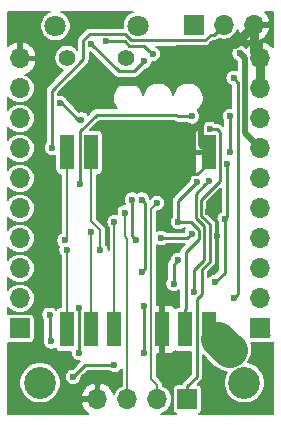
<source format=gbr>
G04 #@! TF.GenerationSoftware,KiCad,Pcbnew,5.1.2-f72e74a~84~ubuntu18.04.1*
G04 #@! TF.CreationDate,2019-07-21T18:26:22-06:00*
G04 #@! TF.ProjectId,rfboard,7266626f-6172-4642-9e6b-696361645f70,rev?*
G04 #@! TF.SameCoordinates,Original*
G04 #@! TF.FileFunction,Copper,L2,Bot*
G04 #@! TF.FilePolarity,Positive*
%FSLAX46Y46*%
G04 Gerber Fmt 4.6, Leading zero omitted, Abs format (unit mm)*
G04 Created by KiCad (PCBNEW 5.1.2-f72e74a~84~ubuntu18.04.1) date 2019-07-21 18:26:22*
%MOMM*%
%LPD*%
G04 APERTURE LIST*
%ADD10C,1.800000*%
%ADD11C,1.408000*%
%ADD12C,2.700000*%
%ADD13R,1.700000X1.700000*%
%ADD14O,1.700000X1.700000*%
%ADD15R,1.198880X2.999740*%
%ADD16C,0.600000*%
%ADD17C,1.000000*%
%ADD18C,0.250000*%
%ADD19C,0.500000*%
%ADD20C,0.750000*%
%ADD21C,0.200000*%
%ADD22C,3.000000*%
G04 APERTURE END LIST*
D10*
X110500000Y-129300000D03*
X117500000Y-129300000D03*
D11*
X111500000Y-132000000D03*
X116500000Y-132000000D03*
D12*
X109200000Y-159500000D03*
X126500000Y-159500000D03*
D13*
X107500000Y-154900000D03*
D14*
X107500000Y-152360000D03*
X107500000Y-149820000D03*
X107500000Y-147280000D03*
X107500000Y-144740000D03*
X107500000Y-142200000D03*
X107500000Y-139660000D03*
X107500000Y-137120000D03*
X107500000Y-134580000D03*
X107500000Y-132040000D03*
D13*
X127820000Y-154900000D03*
D14*
X127820000Y-152360000D03*
X127820000Y-149820000D03*
X127820000Y-147280000D03*
X127820000Y-144740000D03*
X127820000Y-142200000D03*
X127820000Y-139660000D03*
X127820000Y-137120000D03*
X127820000Y-134580000D03*
X127820000Y-132040000D03*
D13*
X122220000Y-129200000D03*
D14*
X124760000Y-129200000D03*
X127300000Y-129200000D03*
D13*
X121680000Y-160900000D03*
D14*
X119140000Y-160900000D03*
X116600000Y-160900000D03*
X114060000Y-160900000D03*
D13*
X125250000Y-156700000D03*
D15*
X123500000Y-154996160D03*
X121498480Y-154996160D03*
X119499500Y-154996160D03*
X115501540Y-154996160D03*
X113502560Y-154996160D03*
X111501040Y-154996160D03*
X111501040Y-140000000D03*
X113502560Y-140000000D03*
X123500000Y-140000000D03*
D16*
X115500000Y-158000000D03*
X112000000Y-159000000D03*
X120893820Y-145902340D03*
X121498480Y-154996160D03*
X122528609Y-142473620D03*
X125250000Y-140000000D03*
X112698198Y-137219318D03*
X110900000Y-135850000D03*
X125304090Y-136945910D03*
X119499500Y-154996160D03*
X120750000Y-142000000D03*
X124197733Y-147040500D03*
X123452440Y-140950220D03*
X120824274Y-137765965D03*
X120500000Y-158900000D03*
X110500000Y-145100000D03*
X122799002Y-137550000D03*
X118700000Y-137760000D03*
X119300000Y-148300000D03*
D17*
X113900000Y-134100000D03*
D16*
X123452440Y-145049780D03*
X123300000Y-158900000D03*
X123583645Y-138001126D03*
X126100000Y-131600000D03*
X110200000Y-139600000D03*
X125600000Y-152300000D03*
X114800000Y-130600000D03*
X125600000Y-133700000D03*
X118732268Y-131675990D03*
X113500000Y-130800000D03*
X118000000Y-132300000D03*
X123500000Y-142400000D03*
X122200000Y-151800000D03*
X119100000Y-144300000D03*
X116375990Y-145100000D03*
X122069750Y-136955161D03*
X112600000Y-142700000D03*
X115500000Y-145900000D03*
X113500000Y-146700000D03*
X111291520Y-147457063D03*
X111446754Y-148240850D03*
X114300000Y-148300000D03*
X117800000Y-150100000D03*
X117800000Y-144000000D03*
X122027832Y-146875990D03*
X119470028Y-147247488D03*
X117300000Y-147400000D03*
X117000000Y-144000000D03*
X125047560Y-140950220D03*
X120500000Y-151127717D03*
X124000000Y-151000000D03*
X120893820Y-149100200D03*
X124821743Y-145651989D03*
X110124010Y-156000000D03*
X110000000Y-153750000D03*
X112457623Y-153147790D03*
X112500000Y-157000000D03*
X118000000Y-157000000D03*
X118000000Y-153000000D03*
D18*
X112000000Y-159000000D02*
X113000000Y-158000000D01*
X113000000Y-158000000D02*
X115500000Y-158000000D01*
X121977706Y-145902340D02*
X122651834Y-146576468D01*
X120893820Y-145902340D02*
X121977706Y-145902340D01*
X121498480Y-153246290D02*
X121498480Y-154996160D01*
X121517822Y-153226948D02*
X121498480Y-153246290D01*
X122651834Y-146576468D02*
X122651834Y-147313169D01*
X121517822Y-148447181D02*
X121517822Y-153226948D01*
X122651834Y-147313169D02*
X121517822Y-148447181D01*
X120893820Y-145902340D02*
X120893820Y-144108409D01*
X120893820Y-144108409D02*
X122228610Y-142773619D01*
X122228610Y-142773619D02*
X122528609Y-142473620D01*
X112444318Y-137219318D02*
X112698198Y-137219318D01*
X110900000Y-135650000D02*
X110900000Y-135675000D01*
X110900000Y-135675000D02*
X112444318Y-137219318D01*
D19*
X107920000Y-135000000D02*
X107500000Y-134580000D01*
D18*
X125250000Y-137000000D02*
X125304090Y-136945910D01*
X125250000Y-140000000D02*
X125250000Y-137000000D01*
X120750000Y-142000000D02*
X121174264Y-142000000D01*
X121174264Y-142000000D02*
X121350393Y-141823871D01*
X121350393Y-141823871D02*
X122529259Y-141823871D01*
X122529259Y-141823871D02*
X123402910Y-140950220D01*
X123402910Y-140950220D02*
X123452440Y-140950220D01*
D19*
X122799002Y-137550000D02*
X122834643Y-137585641D01*
X122834643Y-139334643D02*
X123500000Y-140000000D01*
X122834643Y-137585641D02*
X122834643Y-139334643D01*
D20*
X127820000Y-132040000D02*
X127820000Y-134580000D01*
X127300000Y-129200000D02*
X127300000Y-131520000D01*
X127300000Y-131520000D02*
X127820000Y-132040000D01*
D18*
X124197733Y-145795073D02*
X123452440Y-145049780D01*
X124197733Y-147040500D02*
X124197733Y-145795073D01*
D20*
X123468740Y-131223012D02*
X120765538Y-131223012D01*
X123878212Y-130813540D02*
X123468740Y-131223012D01*
X127300000Y-129200000D02*
X125686460Y-130813540D01*
X125686460Y-130813540D02*
X123878212Y-130813540D01*
X115449001Y-133925999D02*
X118062551Y-133925999D01*
X115275000Y-134100000D02*
X115449001Y-133925999D01*
X118062551Y-133925999D02*
X120765538Y-131223012D01*
X113900000Y-134100000D02*
X115275000Y-134100000D01*
D19*
X126100000Y-131600000D02*
X126520999Y-132020999D01*
X126520999Y-132020999D02*
X126520999Y-138360999D01*
X126520999Y-138360999D02*
X126970001Y-138810001D01*
X126970001Y-138810001D02*
X127820000Y-139660000D01*
D18*
X124183638Y-138001126D02*
X124007909Y-138001126D01*
X122475990Y-159004010D02*
X122475990Y-152447532D01*
X122925999Y-151997523D02*
X122925999Y-149890799D01*
X122925999Y-149890799D02*
X123573732Y-149243066D01*
X122475990Y-152447532D02*
X122925999Y-151997523D01*
X123573732Y-149243066D02*
X123573732Y-146094596D01*
X124423441Y-138240929D02*
X124183638Y-138001126D01*
X124423441Y-142400083D02*
X124423441Y-138240929D01*
X124007909Y-138001126D02*
X123583645Y-138001126D01*
X122828438Y-145349302D02*
X122828438Y-143995086D01*
X122828438Y-143995086D02*
X124423441Y-142400083D01*
X121680000Y-160900000D02*
X121680000Y-159800000D01*
X121680000Y-159800000D02*
X122475990Y-159004010D01*
X123573732Y-146094596D02*
X122828438Y-145349302D01*
X123910001Y-130049999D02*
X124760000Y-129200000D01*
X110200000Y-139600000D02*
X110200000Y-134776476D01*
X123653203Y-130049999D02*
X123910001Y-130049999D01*
X116912478Y-130524001D02*
X123179201Y-130524001D01*
X116364475Y-129975998D02*
X116912478Y-130524001D01*
X123179201Y-130524001D02*
X123653203Y-130049999D01*
X113400478Y-129975998D02*
X116364475Y-129975998D01*
X112875998Y-130500478D02*
X113400478Y-129975998D01*
X112875998Y-132100478D02*
X112875998Y-130500478D01*
X110200000Y-134776476D02*
X112875998Y-132100478D01*
X116726493Y-130973012D02*
X118029290Y-130973012D01*
X114800000Y-130600000D02*
X116353481Y-130600000D01*
X118432269Y-131375991D02*
X118732268Y-131675990D01*
X116353481Y-130600000D02*
X116726493Y-130973012D01*
X118029290Y-130973012D02*
X118432269Y-131375991D01*
X125600000Y-152300000D02*
X125928091Y-151971909D01*
X125928091Y-151971909D02*
X125928091Y-134028091D01*
X125899999Y-133999999D02*
X125600000Y-133700000D01*
X125928091Y-134028091D02*
X125899999Y-133999999D01*
X118000000Y-132300000D02*
X117152220Y-133147780D01*
X117152220Y-133147780D02*
X115847780Y-133147780D01*
X115847780Y-133147780D02*
X113500000Y-130800000D01*
X122379427Y-145535288D02*
X122379427Y-143520573D01*
X122379427Y-143520573D02*
X123200001Y-142699999D01*
X123100845Y-146256706D02*
X122379427Y-145535288D01*
X123100845Y-149080956D02*
X123100845Y-146256706D01*
X122200000Y-151800000D02*
X122200000Y-149981801D01*
X123200001Y-142699999D02*
X123500000Y-142400000D01*
X122200000Y-149981801D02*
X123100845Y-149080956D01*
D21*
X118601059Y-144798941D02*
X118601059Y-159158978D01*
X119140000Y-159697919D02*
X119140000Y-160900000D01*
X118601059Y-159158978D02*
X119140000Y-159697919D01*
X119100000Y-144300000D02*
X118601059Y-144798941D01*
X116375990Y-145524264D02*
X116375990Y-145100000D01*
X116600000Y-147299642D02*
X116375990Y-147075632D01*
X116375990Y-147075632D02*
X116375990Y-145524264D01*
X116600000Y-160900000D02*
X116600000Y-147299642D01*
D22*
X125250000Y-156700000D02*
X125203840Y-156700000D01*
X125203840Y-156700000D02*
X124300000Y-155796160D01*
D18*
X122069750Y-136955161D02*
X120895955Y-136955161D01*
X120895955Y-136955161D02*
X120740794Y-136800000D01*
X112579119Y-142254855D02*
X112579119Y-138220881D01*
X112600000Y-142275736D02*
X112579119Y-142254855D01*
X112600000Y-142700000D02*
X112600000Y-142275736D01*
X112579119Y-138220881D02*
X114000000Y-136800000D01*
X114000000Y-136800000D02*
X120740794Y-136800000D01*
D21*
X115500000Y-145900000D02*
X115500000Y-154994620D01*
X115500000Y-154994620D02*
X115501540Y-154996160D01*
X113500000Y-146700000D02*
X113500000Y-154993600D01*
X113500000Y-154993600D02*
X113502560Y-154996160D01*
X111501040Y-147247543D02*
X111291520Y-147457063D01*
X111501040Y-140000000D02*
X111501040Y-147247543D01*
X111501040Y-148295136D02*
X111446754Y-148240850D01*
X111501040Y-154996160D02*
X111501040Y-148295136D01*
X113502560Y-140000000D02*
X113502560Y-145816038D01*
X113502560Y-145816038D02*
X114300000Y-146613478D01*
X114300000Y-146613478D02*
X114300000Y-148300000D01*
D18*
X118099999Y-144299999D02*
X118099999Y-149800001D01*
X118099999Y-149800001D02*
X117800000Y-150100000D01*
X117800000Y-144000000D02*
X118099999Y-144299999D01*
X121727833Y-147175989D02*
X122027832Y-146875990D01*
X119470028Y-147247488D02*
X121656334Y-147247488D01*
X121656334Y-147247488D02*
X121727833Y-147175989D01*
X117000000Y-144000000D02*
X117000000Y-147100000D01*
X117000000Y-147100000D02*
X117300000Y-147400000D01*
X120500000Y-151127717D02*
X120500000Y-149494020D01*
X120500000Y-149494020D02*
X120893820Y-149100200D01*
X124000000Y-151000000D02*
X124821743Y-150178257D01*
X125047560Y-140950220D02*
X125047560Y-145426172D01*
X124821743Y-146076253D02*
X124821743Y-145651989D01*
X125047560Y-145426172D02*
X124821743Y-145651989D01*
X124821743Y-150178257D02*
X124821743Y-146076253D01*
X110000000Y-155875990D02*
X110124010Y-156000000D01*
X110000000Y-153750000D02*
X110000000Y-155875990D01*
D21*
X128498600Y-155501400D02*
X128698600Y-155501400D01*
D18*
X112500000Y-157000000D02*
X112500000Y-153190167D01*
X112500000Y-153190167D02*
X112457623Y-153147790D01*
X118000000Y-153000000D02*
X118000000Y-157000000D01*
D21*
G36*
X128925001Y-162125000D02*
G01*
X122671748Y-162125000D01*
X122683814Y-162121340D01*
X122753303Y-162084197D01*
X122814211Y-162034211D01*
X122864197Y-161973303D01*
X122901340Y-161903814D01*
X122924212Y-161828414D01*
X122931935Y-161750000D01*
X122931935Y-160050000D01*
X122924212Y-159971586D01*
X122901340Y-159896186D01*
X122864197Y-159826697D01*
X122814211Y-159765789D01*
X122753303Y-159715803D01*
X122683814Y-159678660D01*
X122608414Y-159655788D01*
X122570417Y-159652046D01*
X122828991Y-159393472D01*
X122849017Y-159377037D01*
X122865452Y-159357011D01*
X122865456Y-159357007D01*
X122914623Y-159297096D01*
X122963373Y-159205891D01*
X122993393Y-159106928D01*
X122997134Y-159068944D01*
X123000990Y-159029798D01*
X123000990Y-159029790D01*
X123003529Y-159004010D01*
X123000990Y-158978230D01*
X123000990Y-157184155D01*
X123794336Y-157977501D01*
X123853837Y-158050003D01*
X124143149Y-158287436D01*
X124473223Y-158463864D01*
X124831375Y-158572508D01*
X125003683Y-158589479D01*
X124949170Y-158671064D01*
X124817251Y-158989544D01*
X124750000Y-159327640D01*
X124750000Y-159672360D01*
X124817251Y-160010456D01*
X124949170Y-160328936D01*
X125140686Y-160615560D01*
X125384440Y-160859314D01*
X125671064Y-161050830D01*
X125989544Y-161182749D01*
X126327640Y-161250000D01*
X126672360Y-161250000D01*
X127010456Y-161182749D01*
X127328936Y-161050830D01*
X127615560Y-160859314D01*
X127859314Y-160615560D01*
X128050830Y-160328936D01*
X128182749Y-160010456D01*
X128250000Y-159672360D01*
X128250000Y-159327640D01*
X128182749Y-158989544D01*
X128050830Y-158671064D01*
X127859314Y-158384440D01*
X127615560Y-158140686D01*
X127328936Y-157949170D01*
X127010456Y-157817251D01*
X126821813Y-157779728D01*
X126837436Y-157760691D01*
X127013864Y-157430617D01*
X127122508Y-157072465D01*
X127159193Y-156700000D01*
X127122508Y-156327535D01*
X127069240Y-156151935D01*
X128670000Y-156151935D01*
X128748414Y-156144212D01*
X128823814Y-156121340D01*
X128893303Y-156084197D01*
X128925001Y-156058183D01*
X128925001Y-162125000D01*
X128925001Y-162125000D01*
G37*
X128925001Y-162125000D02*
X122671748Y-162125000D01*
X122683814Y-162121340D01*
X122753303Y-162084197D01*
X122814211Y-162034211D01*
X122864197Y-161973303D01*
X122901340Y-161903814D01*
X122924212Y-161828414D01*
X122931935Y-161750000D01*
X122931935Y-160050000D01*
X122924212Y-159971586D01*
X122901340Y-159896186D01*
X122864197Y-159826697D01*
X122814211Y-159765789D01*
X122753303Y-159715803D01*
X122683814Y-159678660D01*
X122608414Y-159655788D01*
X122570417Y-159652046D01*
X122828991Y-159393472D01*
X122849017Y-159377037D01*
X122865452Y-159357011D01*
X122865456Y-159357007D01*
X122914623Y-159297096D01*
X122963373Y-159205891D01*
X122993393Y-159106928D01*
X122997134Y-159068944D01*
X123000990Y-159029798D01*
X123000990Y-159029790D01*
X123003529Y-159004010D01*
X123000990Y-158978230D01*
X123000990Y-157184155D01*
X123794336Y-157977501D01*
X123853837Y-158050003D01*
X124143149Y-158287436D01*
X124473223Y-158463864D01*
X124831375Y-158572508D01*
X125003683Y-158589479D01*
X124949170Y-158671064D01*
X124817251Y-158989544D01*
X124750000Y-159327640D01*
X124750000Y-159672360D01*
X124817251Y-160010456D01*
X124949170Y-160328936D01*
X125140686Y-160615560D01*
X125384440Y-160859314D01*
X125671064Y-161050830D01*
X125989544Y-161182749D01*
X126327640Y-161250000D01*
X126672360Y-161250000D01*
X127010456Y-161182749D01*
X127328936Y-161050830D01*
X127615560Y-160859314D01*
X127859314Y-160615560D01*
X128050830Y-160328936D01*
X128182749Y-160010456D01*
X128250000Y-159672360D01*
X128250000Y-159327640D01*
X128182749Y-158989544D01*
X128050830Y-158671064D01*
X127859314Y-158384440D01*
X127615560Y-158140686D01*
X127328936Y-157949170D01*
X127010456Y-157817251D01*
X126821813Y-157779728D01*
X126837436Y-157760691D01*
X127013864Y-157430617D01*
X127122508Y-157072465D01*
X127159193Y-156700000D01*
X127122508Y-156327535D01*
X127069240Y-156151935D01*
X128670000Y-156151935D01*
X128748414Y-156144212D01*
X128823814Y-156121340D01*
X128893303Y-156084197D01*
X128925001Y-156058183D01*
X128925001Y-162125000D01*
G36*
X121164832Y-148057710D02*
G01*
X121144795Y-148074154D01*
X121079189Y-148154095D01*
X121030439Y-148245301D01*
X121000419Y-148344264D01*
X120994292Y-148406471D01*
X120962764Y-148400200D01*
X120824876Y-148400200D01*
X120689638Y-148427101D01*
X120562246Y-148479868D01*
X120447596Y-148556474D01*
X120350094Y-148653976D01*
X120273488Y-148768626D01*
X120220721Y-148896018D01*
X120193820Y-149031256D01*
X120193820Y-149057739D01*
X120147005Y-149104554D01*
X120126974Y-149120993D01*
X120110535Y-149141024D01*
X120061367Y-149200935D01*
X120012617Y-149292140D01*
X119982597Y-149391103D01*
X119972461Y-149494020D01*
X119975001Y-149519810D01*
X119975000Y-150662767D01*
X119956274Y-150681493D01*
X119879668Y-150796143D01*
X119826901Y-150923535D01*
X119800000Y-151058773D01*
X119800000Y-151196661D01*
X119826901Y-151331899D01*
X119879668Y-151459291D01*
X119956274Y-151573941D01*
X120053776Y-151671443D01*
X120168426Y-151748049D01*
X120295818Y-151800816D01*
X120431056Y-151827717D01*
X120568944Y-151827717D01*
X120704182Y-151800816D01*
X120831574Y-151748049D01*
X120946224Y-151671443D01*
X120992823Y-151624844D01*
X120992823Y-153094355D01*
X120899040Y-153094355D01*
X120820626Y-153102078D01*
X120745226Y-153124950D01*
X120675737Y-153162093D01*
X120629844Y-153199757D01*
X120606920Y-153156869D01*
X120530941Y-153064289D01*
X120438361Y-152988310D01*
X120332737Y-152931853D01*
X120218129Y-152897087D01*
X120098940Y-152885348D01*
X119805500Y-152888290D01*
X119653500Y-153040290D01*
X119653500Y-154842160D01*
X119673500Y-154842160D01*
X119673500Y-155150160D01*
X119653500Y-155150160D01*
X119653500Y-156952030D01*
X119805500Y-157104030D01*
X120098940Y-157106972D01*
X120218129Y-157095233D01*
X120332737Y-157060467D01*
X120438361Y-157004010D01*
X120530941Y-156928031D01*
X120606920Y-156835451D01*
X120629844Y-156792563D01*
X120675737Y-156830227D01*
X120745226Y-156867370D01*
X120820626Y-156890242D01*
X120899040Y-156897965D01*
X121950990Y-156897965D01*
X121950990Y-158786547D01*
X121327005Y-159410534D01*
X121306974Y-159426973D01*
X121290535Y-159447004D01*
X121241367Y-159506915D01*
X121192617Y-159598120D01*
X121177466Y-159648065D01*
X120830000Y-159648065D01*
X120751586Y-159655788D01*
X120676186Y-159678660D01*
X120606697Y-159715803D01*
X120545789Y-159765789D01*
X120495803Y-159826697D01*
X120458660Y-159896186D01*
X120435788Y-159971586D01*
X120428065Y-160050000D01*
X120428065Y-161750000D01*
X120435788Y-161828414D01*
X120458660Y-161903814D01*
X120495803Y-161973303D01*
X120545789Y-162034211D01*
X120606697Y-162084197D01*
X120676186Y-162121340D01*
X120688252Y-162125000D01*
X119407832Y-162125000D01*
X119620669Y-162060437D01*
X119837823Y-161944366D01*
X120028160Y-161788160D01*
X120184366Y-161597823D01*
X120300437Y-161380669D01*
X120371913Y-161145043D01*
X120396048Y-160900000D01*
X120371913Y-160654957D01*
X120300437Y-160419331D01*
X120184366Y-160202177D01*
X120028160Y-160011840D01*
X119837823Y-159855634D01*
X119640000Y-159749896D01*
X119640000Y-159722479D01*
X119642419Y-159697919D01*
X119632765Y-159599902D01*
X119615724Y-159543726D01*
X119604175Y-159505652D01*
X119557746Y-159418790D01*
X119495264Y-159342655D01*
X119476186Y-159326998D01*
X119101059Y-158951872D01*
X119101059Y-157104957D01*
X119193500Y-157104030D01*
X119345500Y-156952030D01*
X119345500Y-155150160D01*
X119325500Y-155150160D01*
X119325500Y-154842160D01*
X119345500Y-154842160D01*
X119345500Y-153040290D01*
X119193500Y-152888290D01*
X119101059Y-152887363D01*
X119101059Y-147842834D01*
X119138454Y-147867820D01*
X119265846Y-147920587D01*
X119401084Y-147947488D01*
X119538972Y-147947488D01*
X119674210Y-147920587D01*
X119801602Y-147867820D01*
X119916252Y-147791214D01*
X119934978Y-147772488D01*
X121450054Y-147772488D01*
X121164832Y-148057710D01*
X121164832Y-148057710D01*
G37*
X121164832Y-148057710D02*
X121144795Y-148074154D01*
X121079189Y-148154095D01*
X121030439Y-148245301D01*
X121000419Y-148344264D01*
X120994292Y-148406471D01*
X120962764Y-148400200D01*
X120824876Y-148400200D01*
X120689638Y-148427101D01*
X120562246Y-148479868D01*
X120447596Y-148556474D01*
X120350094Y-148653976D01*
X120273488Y-148768626D01*
X120220721Y-148896018D01*
X120193820Y-149031256D01*
X120193820Y-149057739D01*
X120147005Y-149104554D01*
X120126974Y-149120993D01*
X120110535Y-149141024D01*
X120061367Y-149200935D01*
X120012617Y-149292140D01*
X119982597Y-149391103D01*
X119972461Y-149494020D01*
X119975001Y-149519810D01*
X119975000Y-150662767D01*
X119956274Y-150681493D01*
X119879668Y-150796143D01*
X119826901Y-150923535D01*
X119800000Y-151058773D01*
X119800000Y-151196661D01*
X119826901Y-151331899D01*
X119879668Y-151459291D01*
X119956274Y-151573941D01*
X120053776Y-151671443D01*
X120168426Y-151748049D01*
X120295818Y-151800816D01*
X120431056Y-151827717D01*
X120568944Y-151827717D01*
X120704182Y-151800816D01*
X120831574Y-151748049D01*
X120946224Y-151671443D01*
X120992823Y-151624844D01*
X120992823Y-153094355D01*
X120899040Y-153094355D01*
X120820626Y-153102078D01*
X120745226Y-153124950D01*
X120675737Y-153162093D01*
X120629844Y-153199757D01*
X120606920Y-153156869D01*
X120530941Y-153064289D01*
X120438361Y-152988310D01*
X120332737Y-152931853D01*
X120218129Y-152897087D01*
X120098940Y-152885348D01*
X119805500Y-152888290D01*
X119653500Y-153040290D01*
X119653500Y-154842160D01*
X119673500Y-154842160D01*
X119673500Y-155150160D01*
X119653500Y-155150160D01*
X119653500Y-156952030D01*
X119805500Y-157104030D01*
X120098940Y-157106972D01*
X120218129Y-157095233D01*
X120332737Y-157060467D01*
X120438361Y-157004010D01*
X120530941Y-156928031D01*
X120606920Y-156835451D01*
X120629844Y-156792563D01*
X120675737Y-156830227D01*
X120745226Y-156867370D01*
X120820626Y-156890242D01*
X120899040Y-156897965D01*
X121950990Y-156897965D01*
X121950990Y-158786547D01*
X121327005Y-159410534D01*
X121306974Y-159426973D01*
X121290535Y-159447004D01*
X121241367Y-159506915D01*
X121192617Y-159598120D01*
X121177466Y-159648065D01*
X120830000Y-159648065D01*
X120751586Y-159655788D01*
X120676186Y-159678660D01*
X120606697Y-159715803D01*
X120545789Y-159765789D01*
X120495803Y-159826697D01*
X120458660Y-159896186D01*
X120435788Y-159971586D01*
X120428065Y-160050000D01*
X120428065Y-161750000D01*
X120435788Y-161828414D01*
X120458660Y-161903814D01*
X120495803Y-161973303D01*
X120545789Y-162034211D01*
X120606697Y-162084197D01*
X120676186Y-162121340D01*
X120688252Y-162125000D01*
X119407832Y-162125000D01*
X119620669Y-162060437D01*
X119837823Y-161944366D01*
X120028160Y-161788160D01*
X120184366Y-161597823D01*
X120300437Y-161380669D01*
X120371913Y-161145043D01*
X120396048Y-160900000D01*
X120371913Y-160654957D01*
X120300437Y-160419331D01*
X120184366Y-160202177D01*
X120028160Y-160011840D01*
X119837823Y-159855634D01*
X119640000Y-159749896D01*
X119640000Y-159722479D01*
X119642419Y-159697919D01*
X119632765Y-159599902D01*
X119615724Y-159543726D01*
X119604175Y-159505652D01*
X119557746Y-159418790D01*
X119495264Y-159342655D01*
X119476186Y-159326998D01*
X119101059Y-158951872D01*
X119101059Y-157104957D01*
X119193500Y-157104030D01*
X119345500Y-156952030D01*
X119345500Y-155150160D01*
X119325500Y-155150160D01*
X119325500Y-154842160D01*
X119345500Y-154842160D01*
X119345500Y-153040290D01*
X119193500Y-152888290D01*
X119101059Y-152887363D01*
X119101059Y-147842834D01*
X119138454Y-147867820D01*
X119265846Y-147920587D01*
X119401084Y-147947488D01*
X119538972Y-147947488D01*
X119674210Y-147920587D01*
X119801602Y-147867820D01*
X119916252Y-147791214D01*
X119934978Y-147772488D01*
X121450054Y-147772488D01*
X121164832Y-148057710D01*
G36*
X109884219Y-128147955D02*
G01*
X109671298Y-128290224D01*
X109490224Y-128471298D01*
X109347955Y-128684219D01*
X109249958Y-128920804D01*
X109200000Y-129171961D01*
X109200000Y-129428039D01*
X109249958Y-129679196D01*
X109347955Y-129915781D01*
X109490224Y-130128702D01*
X109671298Y-130309776D01*
X109884219Y-130452045D01*
X110120804Y-130550042D01*
X110371961Y-130600000D01*
X110628039Y-130600000D01*
X110879196Y-130550042D01*
X111115781Y-130452045D01*
X111328702Y-130309776D01*
X111509776Y-130128702D01*
X111652045Y-129915781D01*
X111750042Y-129679196D01*
X111800000Y-129428039D01*
X111800000Y-129171961D01*
X111750042Y-128920804D01*
X111652045Y-128684219D01*
X111509776Y-128471298D01*
X111328702Y-128290224D01*
X111115781Y-128147955D01*
X110939653Y-128075000D01*
X117060347Y-128075000D01*
X116884219Y-128147955D01*
X116671298Y-128290224D01*
X116490224Y-128471298D01*
X116347955Y-128684219D01*
X116249958Y-128920804D01*
X116200000Y-129171961D01*
X116200000Y-129428039D01*
X116204567Y-129450998D01*
X113426266Y-129450998D01*
X113400478Y-129448458D01*
X113374690Y-129450998D01*
X113297560Y-129458595D01*
X113198597Y-129488615D01*
X113107392Y-129537365D01*
X113027451Y-129602971D01*
X113011011Y-129623003D01*
X112523003Y-130111012D01*
X112502972Y-130127451D01*
X112486533Y-130147482D01*
X112437365Y-130207393D01*
X112388615Y-130298598D01*
X112358595Y-130397561D01*
X112348459Y-130500478D01*
X112350999Y-130526268D01*
X112350999Y-131289707D01*
X112203759Y-131142467D01*
X112022940Y-131021648D01*
X111822025Y-130938426D01*
X111608735Y-130896000D01*
X111391265Y-130896000D01*
X111177975Y-130938426D01*
X110977060Y-131021648D01*
X110796241Y-131142467D01*
X110642467Y-131296241D01*
X110521648Y-131477060D01*
X110438426Y-131677975D01*
X110396000Y-131891265D01*
X110396000Y-132108735D01*
X110438426Y-132322025D01*
X110521648Y-132522940D01*
X110642467Y-132703759D01*
X110796241Y-132857533D01*
X110977060Y-132978352D01*
X111174062Y-133059953D01*
X109847005Y-134387010D01*
X109826974Y-134403449D01*
X109810535Y-134423480D01*
X109761367Y-134483391D01*
X109712617Y-134574596D01*
X109682597Y-134673559D01*
X109672461Y-134776476D01*
X109675001Y-134802266D01*
X109675000Y-139135050D01*
X109656274Y-139153776D01*
X109579668Y-139268426D01*
X109526901Y-139395818D01*
X109500000Y-139531056D01*
X109500000Y-139668944D01*
X109526901Y-139804182D01*
X109579668Y-139931574D01*
X109656274Y-140046224D01*
X109753776Y-140143726D01*
X109868426Y-140220332D01*
X109995818Y-140273099D01*
X110131056Y-140300000D01*
X110268944Y-140300000D01*
X110404182Y-140273099D01*
X110499665Y-140233549D01*
X110499665Y-141499870D01*
X110507388Y-141578284D01*
X110530260Y-141653684D01*
X110567403Y-141723173D01*
X110617389Y-141784081D01*
X110678297Y-141834067D01*
X110747786Y-141871210D01*
X110823186Y-141894082D01*
X110901600Y-141901805D01*
X111001040Y-141901805D01*
X111001041Y-146819709D01*
X110959946Y-146836731D01*
X110845296Y-146913337D01*
X110747794Y-147010839D01*
X110671188Y-147125489D01*
X110618421Y-147252881D01*
X110591520Y-147388119D01*
X110591520Y-147526007D01*
X110618421Y-147661245D01*
X110671188Y-147788637D01*
X110747794Y-147903287D01*
X110805147Y-147960640D01*
X110773655Y-148036668D01*
X110746754Y-148171906D01*
X110746754Y-148309794D01*
X110773655Y-148445032D01*
X110826422Y-148572424D01*
X110903028Y-148687074D01*
X111000530Y-148784576D01*
X111001041Y-148784917D01*
X111001040Y-153094355D01*
X110901600Y-153094355D01*
X110823186Y-153102078D01*
X110747786Y-153124950D01*
X110678297Y-153162093D01*
X110617389Y-153212079D01*
X110567403Y-153272987D01*
X110547737Y-153309779D01*
X110543726Y-153303776D01*
X110446224Y-153206274D01*
X110331574Y-153129668D01*
X110204182Y-153076901D01*
X110068944Y-153050000D01*
X109931056Y-153050000D01*
X109795818Y-153076901D01*
X109668426Y-153129668D01*
X109553776Y-153206274D01*
X109456274Y-153303776D01*
X109379668Y-153418426D01*
X109326901Y-153545818D01*
X109300000Y-153681056D01*
X109300000Y-153818944D01*
X109326901Y-153954182D01*
X109379668Y-154081574D01*
X109456274Y-154196224D01*
X109475000Y-154214950D01*
X109475001Y-155737659D01*
X109450911Y-155795818D01*
X109424010Y-155931056D01*
X109424010Y-156068944D01*
X109450911Y-156204182D01*
X109503678Y-156331574D01*
X109580284Y-156446224D01*
X109677786Y-156543726D01*
X109792436Y-156620332D01*
X109919828Y-156673099D01*
X110055066Y-156700000D01*
X110192954Y-156700000D01*
X110328192Y-156673099D01*
X110455584Y-156620332D01*
X110510232Y-156583818D01*
X110530260Y-156649844D01*
X110567403Y-156719333D01*
X110617389Y-156780241D01*
X110678297Y-156830227D01*
X110747786Y-156867370D01*
X110823186Y-156890242D01*
X110901600Y-156897965D01*
X111806582Y-156897965D01*
X111800000Y-156931056D01*
X111800000Y-157068944D01*
X111826901Y-157204182D01*
X111879668Y-157331574D01*
X111956274Y-157446224D01*
X112053776Y-157543726D01*
X112168426Y-157620332D01*
X112295818Y-157673099D01*
X112431056Y-157700000D01*
X112557538Y-157700000D01*
X111957539Y-158300000D01*
X111931056Y-158300000D01*
X111795818Y-158326901D01*
X111668426Y-158379668D01*
X111553776Y-158456274D01*
X111456274Y-158553776D01*
X111379668Y-158668426D01*
X111326901Y-158795818D01*
X111300000Y-158931056D01*
X111300000Y-159068944D01*
X111326901Y-159204182D01*
X111379668Y-159331574D01*
X111456274Y-159446224D01*
X111553776Y-159543726D01*
X111668426Y-159620332D01*
X111795818Y-159673099D01*
X111931056Y-159700000D01*
X112068944Y-159700000D01*
X112204182Y-159673099D01*
X112331574Y-159620332D01*
X112446224Y-159543726D01*
X112543726Y-159446224D01*
X112620332Y-159331574D01*
X112673099Y-159204182D01*
X112700000Y-159068944D01*
X112700000Y-159042461D01*
X113217462Y-158525000D01*
X115035050Y-158525000D01*
X115053776Y-158543726D01*
X115168426Y-158620332D01*
X115295818Y-158673099D01*
X115431056Y-158700000D01*
X115568944Y-158700000D01*
X115704182Y-158673099D01*
X115831574Y-158620332D01*
X115946224Y-158543726D01*
X116043726Y-158446224D01*
X116100000Y-158362003D01*
X116100000Y-159749896D01*
X115902177Y-159855634D01*
X115711840Y-160011840D01*
X115555634Y-160202177D01*
X115439563Y-160419331D01*
X115435072Y-160434135D01*
X115366935Y-160253700D01*
X115215736Y-160011148D01*
X115020122Y-159802754D01*
X114787611Y-159636527D01*
X114527139Y-159518854D01*
X114438910Y-159492097D01*
X114214000Y-159603111D01*
X114214000Y-160746000D01*
X114234000Y-160746000D01*
X114234000Y-161054000D01*
X114214000Y-161054000D01*
X114214000Y-161074000D01*
X113906000Y-161074000D01*
X113906000Y-161054000D01*
X112762150Y-161054000D01*
X112652091Y-161278911D01*
X112753065Y-161546300D01*
X112904264Y-161788852D01*
X113099878Y-161997246D01*
X113278575Y-162125000D01*
X106475000Y-162125000D01*
X106475000Y-159327640D01*
X107450000Y-159327640D01*
X107450000Y-159672360D01*
X107517251Y-160010456D01*
X107649170Y-160328936D01*
X107840686Y-160615560D01*
X108084440Y-160859314D01*
X108371064Y-161050830D01*
X108689544Y-161182749D01*
X109027640Y-161250000D01*
X109372360Y-161250000D01*
X109710456Y-161182749D01*
X110028936Y-161050830D01*
X110315560Y-160859314D01*
X110559314Y-160615560D01*
X110622437Y-160521089D01*
X112652091Y-160521089D01*
X112762150Y-160746000D01*
X113906000Y-160746000D01*
X113906000Y-159603111D01*
X113681090Y-159492097D01*
X113592861Y-159518854D01*
X113332389Y-159636527D01*
X113099878Y-159802754D01*
X112904264Y-160011148D01*
X112753065Y-160253700D01*
X112652091Y-160521089D01*
X110622437Y-160521089D01*
X110750830Y-160328936D01*
X110882749Y-160010456D01*
X110950000Y-159672360D01*
X110950000Y-159327640D01*
X110882749Y-158989544D01*
X110750830Y-158671064D01*
X110559314Y-158384440D01*
X110315560Y-158140686D01*
X110028936Y-157949170D01*
X109710456Y-157817251D01*
X109372360Y-157750000D01*
X109027640Y-157750000D01*
X108689544Y-157817251D01*
X108371064Y-157949170D01*
X108084440Y-158140686D01*
X107840686Y-158384440D01*
X107649170Y-158671064D01*
X107517251Y-158989544D01*
X107450000Y-159327640D01*
X106475000Y-159327640D01*
X106475000Y-156110016D01*
X106496186Y-156121340D01*
X106571586Y-156144212D01*
X106650000Y-156151935D01*
X108350000Y-156151935D01*
X108428414Y-156144212D01*
X108503814Y-156121340D01*
X108573303Y-156084197D01*
X108634211Y-156034211D01*
X108684197Y-155973303D01*
X108721340Y-155903814D01*
X108744212Y-155828414D01*
X108751935Y-155750000D01*
X108751935Y-154050000D01*
X108744212Y-153971586D01*
X108721340Y-153896186D01*
X108684197Y-153826697D01*
X108634211Y-153765789D01*
X108573303Y-153715803D01*
X108503814Y-153678660D01*
X108428414Y-153655788D01*
X108350000Y-153648065D01*
X106650000Y-153648065D01*
X106571586Y-153655788D01*
X106496186Y-153678660D01*
X106475000Y-153689984D01*
X106475000Y-153081420D01*
X106611840Y-153248160D01*
X106802177Y-153404366D01*
X107019331Y-153520437D01*
X107254957Y-153591913D01*
X107438595Y-153610000D01*
X107561405Y-153610000D01*
X107745043Y-153591913D01*
X107980669Y-153520437D01*
X108197823Y-153404366D01*
X108388160Y-153248160D01*
X108544366Y-153057823D01*
X108660437Y-152840669D01*
X108731913Y-152605043D01*
X108756048Y-152360000D01*
X108731913Y-152114957D01*
X108660437Y-151879331D01*
X108544366Y-151662177D01*
X108388160Y-151471840D01*
X108197823Y-151315634D01*
X107980669Y-151199563D01*
X107745043Y-151128087D01*
X107561405Y-151110000D01*
X107438595Y-151110000D01*
X107254957Y-151128087D01*
X107019331Y-151199563D01*
X106802177Y-151315634D01*
X106611840Y-151471840D01*
X106475000Y-151638580D01*
X106475000Y-150541420D01*
X106611840Y-150708160D01*
X106802177Y-150864366D01*
X107019331Y-150980437D01*
X107254957Y-151051913D01*
X107438595Y-151070000D01*
X107561405Y-151070000D01*
X107745043Y-151051913D01*
X107980669Y-150980437D01*
X108197823Y-150864366D01*
X108388160Y-150708160D01*
X108544366Y-150517823D01*
X108660437Y-150300669D01*
X108731913Y-150065043D01*
X108756048Y-149820000D01*
X108731913Y-149574957D01*
X108660437Y-149339331D01*
X108544366Y-149122177D01*
X108388160Y-148931840D01*
X108197823Y-148775634D01*
X107980669Y-148659563D01*
X107745043Y-148588087D01*
X107561405Y-148570000D01*
X107438595Y-148570000D01*
X107254957Y-148588087D01*
X107019331Y-148659563D01*
X106802177Y-148775634D01*
X106611840Y-148931840D01*
X106475000Y-149098580D01*
X106475000Y-148001420D01*
X106611840Y-148168160D01*
X106802177Y-148324366D01*
X107019331Y-148440437D01*
X107254957Y-148511913D01*
X107438595Y-148530000D01*
X107561405Y-148530000D01*
X107745043Y-148511913D01*
X107980669Y-148440437D01*
X108197823Y-148324366D01*
X108388160Y-148168160D01*
X108544366Y-147977823D01*
X108660437Y-147760669D01*
X108731913Y-147525043D01*
X108756048Y-147280000D01*
X108731913Y-147034957D01*
X108660437Y-146799331D01*
X108544366Y-146582177D01*
X108388160Y-146391840D01*
X108197823Y-146235634D01*
X107980669Y-146119563D01*
X107745043Y-146048087D01*
X107561405Y-146030000D01*
X107438595Y-146030000D01*
X107254957Y-146048087D01*
X107019331Y-146119563D01*
X106802177Y-146235634D01*
X106611840Y-146391840D01*
X106475000Y-146558580D01*
X106475000Y-145461420D01*
X106611840Y-145628160D01*
X106802177Y-145784366D01*
X107019331Y-145900437D01*
X107254957Y-145971913D01*
X107438595Y-145990000D01*
X107561405Y-145990000D01*
X107745043Y-145971913D01*
X107980669Y-145900437D01*
X108197823Y-145784366D01*
X108388160Y-145628160D01*
X108544366Y-145437823D01*
X108660437Y-145220669D01*
X108731913Y-144985043D01*
X108756048Y-144740000D01*
X108731913Y-144494957D01*
X108660437Y-144259331D01*
X108544366Y-144042177D01*
X108388160Y-143851840D01*
X108197823Y-143695634D01*
X107980669Y-143579563D01*
X107745043Y-143508087D01*
X107561405Y-143490000D01*
X107438595Y-143490000D01*
X107254957Y-143508087D01*
X107019331Y-143579563D01*
X106802177Y-143695634D01*
X106611840Y-143851840D01*
X106475000Y-144018580D01*
X106475000Y-142921420D01*
X106611840Y-143088160D01*
X106802177Y-143244366D01*
X107019331Y-143360437D01*
X107254957Y-143431913D01*
X107438595Y-143450000D01*
X107561405Y-143450000D01*
X107745043Y-143431913D01*
X107980669Y-143360437D01*
X108197823Y-143244366D01*
X108388160Y-143088160D01*
X108544366Y-142897823D01*
X108660437Y-142680669D01*
X108731913Y-142445043D01*
X108756048Y-142200000D01*
X108731913Y-141954957D01*
X108660437Y-141719331D01*
X108544366Y-141502177D01*
X108388160Y-141311840D01*
X108197823Y-141155634D01*
X107980669Y-141039563D01*
X107745043Y-140968087D01*
X107561405Y-140950000D01*
X107438595Y-140950000D01*
X107254957Y-140968087D01*
X107019331Y-141039563D01*
X106802177Y-141155634D01*
X106611840Y-141311840D01*
X106475000Y-141478580D01*
X106475000Y-140381420D01*
X106611840Y-140548160D01*
X106802177Y-140704366D01*
X107019331Y-140820437D01*
X107254957Y-140891913D01*
X107438595Y-140910000D01*
X107561405Y-140910000D01*
X107745043Y-140891913D01*
X107980669Y-140820437D01*
X108197823Y-140704366D01*
X108388160Y-140548160D01*
X108544366Y-140357823D01*
X108660437Y-140140669D01*
X108731913Y-139905043D01*
X108756048Y-139660000D01*
X108731913Y-139414957D01*
X108660437Y-139179331D01*
X108544366Y-138962177D01*
X108388160Y-138771840D01*
X108197823Y-138615634D01*
X107980669Y-138499563D01*
X107745043Y-138428087D01*
X107561405Y-138410000D01*
X107438595Y-138410000D01*
X107254957Y-138428087D01*
X107019331Y-138499563D01*
X106802177Y-138615634D01*
X106611840Y-138771840D01*
X106475000Y-138938580D01*
X106475000Y-137841420D01*
X106611840Y-138008160D01*
X106802177Y-138164366D01*
X107019331Y-138280437D01*
X107254957Y-138351913D01*
X107438595Y-138370000D01*
X107561405Y-138370000D01*
X107745043Y-138351913D01*
X107980669Y-138280437D01*
X108197823Y-138164366D01*
X108388160Y-138008160D01*
X108544366Y-137817823D01*
X108660437Y-137600669D01*
X108731913Y-137365043D01*
X108756048Y-137120000D01*
X108731913Y-136874957D01*
X108660437Y-136639331D01*
X108544366Y-136422177D01*
X108388160Y-136231840D01*
X108197823Y-136075634D01*
X107980669Y-135959563D01*
X107745043Y-135888087D01*
X107561405Y-135870000D01*
X107438595Y-135870000D01*
X107254957Y-135888087D01*
X107019331Y-135959563D01*
X106802177Y-136075634D01*
X106611840Y-136231840D01*
X106475000Y-136398580D01*
X106475000Y-135301420D01*
X106611840Y-135468160D01*
X106802177Y-135624366D01*
X107019331Y-135740437D01*
X107254957Y-135811913D01*
X107438595Y-135830000D01*
X107561405Y-135830000D01*
X107745043Y-135811913D01*
X107980669Y-135740437D01*
X108197823Y-135624366D01*
X108388160Y-135468160D01*
X108544366Y-135277823D01*
X108660437Y-135060669D01*
X108731913Y-134825043D01*
X108756048Y-134580000D01*
X108731913Y-134334957D01*
X108660437Y-134099331D01*
X108544366Y-133882177D01*
X108388160Y-133691840D01*
X108197823Y-133535634D01*
X107980669Y-133419563D01*
X107965865Y-133415072D01*
X108146300Y-133346935D01*
X108388852Y-133195736D01*
X108597246Y-133000122D01*
X108763473Y-132767611D01*
X108881146Y-132507139D01*
X108907903Y-132418910D01*
X108796889Y-132194000D01*
X107654000Y-132194000D01*
X107654000Y-132214000D01*
X107346000Y-132214000D01*
X107346000Y-132194000D01*
X107326000Y-132194000D01*
X107326000Y-131886000D01*
X107346000Y-131886000D01*
X107346000Y-130742150D01*
X107654000Y-130742150D01*
X107654000Y-131886000D01*
X108796889Y-131886000D01*
X108907903Y-131661090D01*
X108881146Y-131572861D01*
X108763473Y-131312389D01*
X108597246Y-131079878D01*
X108388852Y-130884264D01*
X108146300Y-130733065D01*
X107878911Y-130632091D01*
X107654000Y-130742150D01*
X107346000Y-130742150D01*
X107121089Y-130632091D01*
X106853700Y-130733065D01*
X106611148Y-130884264D01*
X106475000Y-131012063D01*
X106475000Y-128075000D01*
X110060347Y-128075000D01*
X109884219Y-128147955D01*
X109884219Y-128147955D01*
G37*
X109884219Y-128147955D02*
X109671298Y-128290224D01*
X109490224Y-128471298D01*
X109347955Y-128684219D01*
X109249958Y-128920804D01*
X109200000Y-129171961D01*
X109200000Y-129428039D01*
X109249958Y-129679196D01*
X109347955Y-129915781D01*
X109490224Y-130128702D01*
X109671298Y-130309776D01*
X109884219Y-130452045D01*
X110120804Y-130550042D01*
X110371961Y-130600000D01*
X110628039Y-130600000D01*
X110879196Y-130550042D01*
X111115781Y-130452045D01*
X111328702Y-130309776D01*
X111509776Y-130128702D01*
X111652045Y-129915781D01*
X111750042Y-129679196D01*
X111800000Y-129428039D01*
X111800000Y-129171961D01*
X111750042Y-128920804D01*
X111652045Y-128684219D01*
X111509776Y-128471298D01*
X111328702Y-128290224D01*
X111115781Y-128147955D01*
X110939653Y-128075000D01*
X117060347Y-128075000D01*
X116884219Y-128147955D01*
X116671298Y-128290224D01*
X116490224Y-128471298D01*
X116347955Y-128684219D01*
X116249958Y-128920804D01*
X116200000Y-129171961D01*
X116200000Y-129428039D01*
X116204567Y-129450998D01*
X113426266Y-129450998D01*
X113400478Y-129448458D01*
X113374690Y-129450998D01*
X113297560Y-129458595D01*
X113198597Y-129488615D01*
X113107392Y-129537365D01*
X113027451Y-129602971D01*
X113011011Y-129623003D01*
X112523003Y-130111012D01*
X112502972Y-130127451D01*
X112486533Y-130147482D01*
X112437365Y-130207393D01*
X112388615Y-130298598D01*
X112358595Y-130397561D01*
X112348459Y-130500478D01*
X112350999Y-130526268D01*
X112350999Y-131289707D01*
X112203759Y-131142467D01*
X112022940Y-131021648D01*
X111822025Y-130938426D01*
X111608735Y-130896000D01*
X111391265Y-130896000D01*
X111177975Y-130938426D01*
X110977060Y-131021648D01*
X110796241Y-131142467D01*
X110642467Y-131296241D01*
X110521648Y-131477060D01*
X110438426Y-131677975D01*
X110396000Y-131891265D01*
X110396000Y-132108735D01*
X110438426Y-132322025D01*
X110521648Y-132522940D01*
X110642467Y-132703759D01*
X110796241Y-132857533D01*
X110977060Y-132978352D01*
X111174062Y-133059953D01*
X109847005Y-134387010D01*
X109826974Y-134403449D01*
X109810535Y-134423480D01*
X109761367Y-134483391D01*
X109712617Y-134574596D01*
X109682597Y-134673559D01*
X109672461Y-134776476D01*
X109675001Y-134802266D01*
X109675000Y-139135050D01*
X109656274Y-139153776D01*
X109579668Y-139268426D01*
X109526901Y-139395818D01*
X109500000Y-139531056D01*
X109500000Y-139668944D01*
X109526901Y-139804182D01*
X109579668Y-139931574D01*
X109656274Y-140046224D01*
X109753776Y-140143726D01*
X109868426Y-140220332D01*
X109995818Y-140273099D01*
X110131056Y-140300000D01*
X110268944Y-140300000D01*
X110404182Y-140273099D01*
X110499665Y-140233549D01*
X110499665Y-141499870D01*
X110507388Y-141578284D01*
X110530260Y-141653684D01*
X110567403Y-141723173D01*
X110617389Y-141784081D01*
X110678297Y-141834067D01*
X110747786Y-141871210D01*
X110823186Y-141894082D01*
X110901600Y-141901805D01*
X111001040Y-141901805D01*
X111001041Y-146819709D01*
X110959946Y-146836731D01*
X110845296Y-146913337D01*
X110747794Y-147010839D01*
X110671188Y-147125489D01*
X110618421Y-147252881D01*
X110591520Y-147388119D01*
X110591520Y-147526007D01*
X110618421Y-147661245D01*
X110671188Y-147788637D01*
X110747794Y-147903287D01*
X110805147Y-147960640D01*
X110773655Y-148036668D01*
X110746754Y-148171906D01*
X110746754Y-148309794D01*
X110773655Y-148445032D01*
X110826422Y-148572424D01*
X110903028Y-148687074D01*
X111000530Y-148784576D01*
X111001041Y-148784917D01*
X111001040Y-153094355D01*
X110901600Y-153094355D01*
X110823186Y-153102078D01*
X110747786Y-153124950D01*
X110678297Y-153162093D01*
X110617389Y-153212079D01*
X110567403Y-153272987D01*
X110547737Y-153309779D01*
X110543726Y-153303776D01*
X110446224Y-153206274D01*
X110331574Y-153129668D01*
X110204182Y-153076901D01*
X110068944Y-153050000D01*
X109931056Y-153050000D01*
X109795818Y-153076901D01*
X109668426Y-153129668D01*
X109553776Y-153206274D01*
X109456274Y-153303776D01*
X109379668Y-153418426D01*
X109326901Y-153545818D01*
X109300000Y-153681056D01*
X109300000Y-153818944D01*
X109326901Y-153954182D01*
X109379668Y-154081574D01*
X109456274Y-154196224D01*
X109475000Y-154214950D01*
X109475001Y-155737659D01*
X109450911Y-155795818D01*
X109424010Y-155931056D01*
X109424010Y-156068944D01*
X109450911Y-156204182D01*
X109503678Y-156331574D01*
X109580284Y-156446224D01*
X109677786Y-156543726D01*
X109792436Y-156620332D01*
X109919828Y-156673099D01*
X110055066Y-156700000D01*
X110192954Y-156700000D01*
X110328192Y-156673099D01*
X110455584Y-156620332D01*
X110510232Y-156583818D01*
X110530260Y-156649844D01*
X110567403Y-156719333D01*
X110617389Y-156780241D01*
X110678297Y-156830227D01*
X110747786Y-156867370D01*
X110823186Y-156890242D01*
X110901600Y-156897965D01*
X111806582Y-156897965D01*
X111800000Y-156931056D01*
X111800000Y-157068944D01*
X111826901Y-157204182D01*
X111879668Y-157331574D01*
X111956274Y-157446224D01*
X112053776Y-157543726D01*
X112168426Y-157620332D01*
X112295818Y-157673099D01*
X112431056Y-157700000D01*
X112557538Y-157700000D01*
X111957539Y-158300000D01*
X111931056Y-158300000D01*
X111795818Y-158326901D01*
X111668426Y-158379668D01*
X111553776Y-158456274D01*
X111456274Y-158553776D01*
X111379668Y-158668426D01*
X111326901Y-158795818D01*
X111300000Y-158931056D01*
X111300000Y-159068944D01*
X111326901Y-159204182D01*
X111379668Y-159331574D01*
X111456274Y-159446224D01*
X111553776Y-159543726D01*
X111668426Y-159620332D01*
X111795818Y-159673099D01*
X111931056Y-159700000D01*
X112068944Y-159700000D01*
X112204182Y-159673099D01*
X112331574Y-159620332D01*
X112446224Y-159543726D01*
X112543726Y-159446224D01*
X112620332Y-159331574D01*
X112673099Y-159204182D01*
X112700000Y-159068944D01*
X112700000Y-159042461D01*
X113217462Y-158525000D01*
X115035050Y-158525000D01*
X115053776Y-158543726D01*
X115168426Y-158620332D01*
X115295818Y-158673099D01*
X115431056Y-158700000D01*
X115568944Y-158700000D01*
X115704182Y-158673099D01*
X115831574Y-158620332D01*
X115946224Y-158543726D01*
X116043726Y-158446224D01*
X116100000Y-158362003D01*
X116100000Y-159749896D01*
X115902177Y-159855634D01*
X115711840Y-160011840D01*
X115555634Y-160202177D01*
X115439563Y-160419331D01*
X115435072Y-160434135D01*
X115366935Y-160253700D01*
X115215736Y-160011148D01*
X115020122Y-159802754D01*
X114787611Y-159636527D01*
X114527139Y-159518854D01*
X114438910Y-159492097D01*
X114214000Y-159603111D01*
X114214000Y-160746000D01*
X114234000Y-160746000D01*
X114234000Y-161054000D01*
X114214000Y-161054000D01*
X114214000Y-161074000D01*
X113906000Y-161074000D01*
X113906000Y-161054000D01*
X112762150Y-161054000D01*
X112652091Y-161278911D01*
X112753065Y-161546300D01*
X112904264Y-161788852D01*
X113099878Y-161997246D01*
X113278575Y-162125000D01*
X106475000Y-162125000D01*
X106475000Y-159327640D01*
X107450000Y-159327640D01*
X107450000Y-159672360D01*
X107517251Y-160010456D01*
X107649170Y-160328936D01*
X107840686Y-160615560D01*
X108084440Y-160859314D01*
X108371064Y-161050830D01*
X108689544Y-161182749D01*
X109027640Y-161250000D01*
X109372360Y-161250000D01*
X109710456Y-161182749D01*
X110028936Y-161050830D01*
X110315560Y-160859314D01*
X110559314Y-160615560D01*
X110622437Y-160521089D01*
X112652091Y-160521089D01*
X112762150Y-160746000D01*
X113906000Y-160746000D01*
X113906000Y-159603111D01*
X113681090Y-159492097D01*
X113592861Y-159518854D01*
X113332389Y-159636527D01*
X113099878Y-159802754D01*
X112904264Y-160011148D01*
X112753065Y-160253700D01*
X112652091Y-160521089D01*
X110622437Y-160521089D01*
X110750830Y-160328936D01*
X110882749Y-160010456D01*
X110950000Y-159672360D01*
X110950000Y-159327640D01*
X110882749Y-158989544D01*
X110750830Y-158671064D01*
X110559314Y-158384440D01*
X110315560Y-158140686D01*
X110028936Y-157949170D01*
X109710456Y-157817251D01*
X109372360Y-157750000D01*
X109027640Y-157750000D01*
X108689544Y-157817251D01*
X108371064Y-157949170D01*
X108084440Y-158140686D01*
X107840686Y-158384440D01*
X107649170Y-158671064D01*
X107517251Y-158989544D01*
X107450000Y-159327640D01*
X106475000Y-159327640D01*
X106475000Y-156110016D01*
X106496186Y-156121340D01*
X106571586Y-156144212D01*
X106650000Y-156151935D01*
X108350000Y-156151935D01*
X108428414Y-156144212D01*
X108503814Y-156121340D01*
X108573303Y-156084197D01*
X108634211Y-156034211D01*
X108684197Y-155973303D01*
X108721340Y-155903814D01*
X108744212Y-155828414D01*
X108751935Y-155750000D01*
X108751935Y-154050000D01*
X108744212Y-153971586D01*
X108721340Y-153896186D01*
X108684197Y-153826697D01*
X108634211Y-153765789D01*
X108573303Y-153715803D01*
X108503814Y-153678660D01*
X108428414Y-153655788D01*
X108350000Y-153648065D01*
X106650000Y-153648065D01*
X106571586Y-153655788D01*
X106496186Y-153678660D01*
X106475000Y-153689984D01*
X106475000Y-153081420D01*
X106611840Y-153248160D01*
X106802177Y-153404366D01*
X107019331Y-153520437D01*
X107254957Y-153591913D01*
X107438595Y-153610000D01*
X107561405Y-153610000D01*
X107745043Y-153591913D01*
X107980669Y-153520437D01*
X108197823Y-153404366D01*
X108388160Y-153248160D01*
X108544366Y-153057823D01*
X108660437Y-152840669D01*
X108731913Y-152605043D01*
X108756048Y-152360000D01*
X108731913Y-152114957D01*
X108660437Y-151879331D01*
X108544366Y-151662177D01*
X108388160Y-151471840D01*
X108197823Y-151315634D01*
X107980669Y-151199563D01*
X107745043Y-151128087D01*
X107561405Y-151110000D01*
X107438595Y-151110000D01*
X107254957Y-151128087D01*
X107019331Y-151199563D01*
X106802177Y-151315634D01*
X106611840Y-151471840D01*
X106475000Y-151638580D01*
X106475000Y-150541420D01*
X106611840Y-150708160D01*
X106802177Y-150864366D01*
X107019331Y-150980437D01*
X107254957Y-151051913D01*
X107438595Y-151070000D01*
X107561405Y-151070000D01*
X107745043Y-151051913D01*
X107980669Y-150980437D01*
X108197823Y-150864366D01*
X108388160Y-150708160D01*
X108544366Y-150517823D01*
X108660437Y-150300669D01*
X108731913Y-150065043D01*
X108756048Y-149820000D01*
X108731913Y-149574957D01*
X108660437Y-149339331D01*
X108544366Y-149122177D01*
X108388160Y-148931840D01*
X108197823Y-148775634D01*
X107980669Y-148659563D01*
X107745043Y-148588087D01*
X107561405Y-148570000D01*
X107438595Y-148570000D01*
X107254957Y-148588087D01*
X107019331Y-148659563D01*
X106802177Y-148775634D01*
X106611840Y-148931840D01*
X106475000Y-149098580D01*
X106475000Y-148001420D01*
X106611840Y-148168160D01*
X106802177Y-148324366D01*
X107019331Y-148440437D01*
X107254957Y-148511913D01*
X107438595Y-148530000D01*
X107561405Y-148530000D01*
X107745043Y-148511913D01*
X107980669Y-148440437D01*
X108197823Y-148324366D01*
X108388160Y-148168160D01*
X108544366Y-147977823D01*
X108660437Y-147760669D01*
X108731913Y-147525043D01*
X108756048Y-147280000D01*
X108731913Y-147034957D01*
X108660437Y-146799331D01*
X108544366Y-146582177D01*
X108388160Y-146391840D01*
X108197823Y-146235634D01*
X107980669Y-146119563D01*
X107745043Y-146048087D01*
X107561405Y-146030000D01*
X107438595Y-146030000D01*
X107254957Y-146048087D01*
X107019331Y-146119563D01*
X106802177Y-146235634D01*
X106611840Y-146391840D01*
X106475000Y-146558580D01*
X106475000Y-145461420D01*
X106611840Y-145628160D01*
X106802177Y-145784366D01*
X107019331Y-145900437D01*
X107254957Y-145971913D01*
X107438595Y-145990000D01*
X107561405Y-145990000D01*
X107745043Y-145971913D01*
X107980669Y-145900437D01*
X108197823Y-145784366D01*
X108388160Y-145628160D01*
X108544366Y-145437823D01*
X108660437Y-145220669D01*
X108731913Y-144985043D01*
X108756048Y-144740000D01*
X108731913Y-144494957D01*
X108660437Y-144259331D01*
X108544366Y-144042177D01*
X108388160Y-143851840D01*
X108197823Y-143695634D01*
X107980669Y-143579563D01*
X107745043Y-143508087D01*
X107561405Y-143490000D01*
X107438595Y-143490000D01*
X107254957Y-143508087D01*
X107019331Y-143579563D01*
X106802177Y-143695634D01*
X106611840Y-143851840D01*
X106475000Y-144018580D01*
X106475000Y-142921420D01*
X106611840Y-143088160D01*
X106802177Y-143244366D01*
X107019331Y-143360437D01*
X107254957Y-143431913D01*
X107438595Y-143450000D01*
X107561405Y-143450000D01*
X107745043Y-143431913D01*
X107980669Y-143360437D01*
X108197823Y-143244366D01*
X108388160Y-143088160D01*
X108544366Y-142897823D01*
X108660437Y-142680669D01*
X108731913Y-142445043D01*
X108756048Y-142200000D01*
X108731913Y-141954957D01*
X108660437Y-141719331D01*
X108544366Y-141502177D01*
X108388160Y-141311840D01*
X108197823Y-141155634D01*
X107980669Y-141039563D01*
X107745043Y-140968087D01*
X107561405Y-140950000D01*
X107438595Y-140950000D01*
X107254957Y-140968087D01*
X107019331Y-141039563D01*
X106802177Y-141155634D01*
X106611840Y-141311840D01*
X106475000Y-141478580D01*
X106475000Y-140381420D01*
X106611840Y-140548160D01*
X106802177Y-140704366D01*
X107019331Y-140820437D01*
X107254957Y-140891913D01*
X107438595Y-140910000D01*
X107561405Y-140910000D01*
X107745043Y-140891913D01*
X107980669Y-140820437D01*
X108197823Y-140704366D01*
X108388160Y-140548160D01*
X108544366Y-140357823D01*
X108660437Y-140140669D01*
X108731913Y-139905043D01*
X108756048Y-139660000D01*
X108731913Y-139414957D01*
X108660437Y-139179331D01*
X108544366Y-138962177D01*
X108388160Y-138771840D01*
X108197823Y-138615634D01*
X107980669Y-138499563D01*
X107745043Y-138428087D01*
X107561405Y-138410000D01*
X107438595Y-138410000D01*
X107254957Y-138428087D01*
X107019331Y-138499563D01*
X106802177Y-138615634D01*
X106611840Y-138771840D01*
X106475000Y-138938580D01*
X106475000Y-137841420D01*
X106611840Y-138008160D01*
X106802177Y-138164366D01*
X107019331Y-138280437D01*
X107254957Y-138351913D01*
X107438595Y-138370000D01*
X107561405Y-138370000D01*
X107745043Y-138351913D01*
X107980669Y-138280437D01*
X108197823Y-138164366D01*
X108388160Y-138008160D01*
X108544366Y-137817823D01*
X108660437Y-137600669D01*
X108731913Y-137365043D01*
X108756048Y-137120000D01*
X108731913Y-136874957D01*
X108660437Y-136639331D01*
X108544366Y-136422177D01*
X108388160Y-136231840D01*
X108197823Y-136075634D01*
X107980669Y-135959563D01*
X107745043Y-135888087D01*
X107561405Y-135870000D01*
X107438595Y-135870000D01*
X107254957Y-135888087D01*
X107019331Y-135959563D01*
X106802177Y-136075634D01*
X106611840Y-136231840D01*
X106475000Y-136398580D01*
X106475000Y-135301420D01*
X106611840Y-135468160D01*
X106802177Y-135624366D01*
X107019331Y-135740437D01*
X107254957Y-135811913D01*
X107438595Y-135830000D01*
X107561405Y-135830000D01*
X107745043Y-135811913D01*
X107980669Y-135740437D01*
X108197823Y-135624366D01*
X108388160Y-135468160D01*
X108544366Y-135277823D01*
X108660437Y-135060669D01*
X108731913Y-134825043D01*
X108756048Y-134580000D01*
X108731913Y-134334957D01*
X108660437Y-134099331D01*
X108544366Y-133882177D01*
X108388160Y-133691840D01*
X108197823Y-133535634D01*
X107980669Y-133419563D01*
X107965865Y-133415072D01*
X108146300Y-133346935D01*
X108388852Y-133195736D01*
X108597246Y-133000122D01*
X108763473Y-132767611D01*
X108881146Y-132507139D01*
X108907903Y-132418910D01*
X108796889Y-132194000D01*
X107654000Y-132194000D01*
X107654000Y-132214000D01*
X107346000Y-132214000D01*
X107346000Y-132194000D01*
X107326000Y-132194000D01*
X107326000Y-131886000D01*
X107346000Y-131886000D01*
X107346000Y-130742150D01*
X107654000Y-130742150D01*
X107654000Y-131886000D01*
X108796889Y-131886000D01*
X108907903Y-131661090D01*
X108881146Y-131572861D01*
X108763473Y-131312389D01*
X108597246Y-131079878D01*
X108388852Y-130884264D01*
X108146300Y-130733065D01*
X107878911Y-130632091D01*
X107654000Y-130742150D01*
X107346000Y-130742150D01*
X107121089Y-130632091D01*
X106853700Y-130733065D01*
X106611148Y-130884264D01*
X106475000Y-131012063D01*
X106475000Y-128075000D01*
X110060347Y-128075000D01*
X109884219Y-128147955D01*
G36*
X124522561Y-145018240D02*
G01*
X124490169Y-145031657D01*
X124375519Y-145108263D01*
X124278017Y-145205765D01*
X124201411Y-145320415D01*
X124148644Y-145447807D01*
X124121743Y-145583045D01*
X124121743Y-145720933D01*
X124148644Y-145856171D01*
X124201411Y-145983563D01*
X124278017Y-146098213D01*
X124296744Y-146116940D01*
X124296743Y-149960795D01*
X123957539Y-150300000D01*
X123931056Y-150300000D01*
X123795818Y-150326901D01*
X123668426Y-150379668D01*
X123553776Y-150456274D01*
X123456274Y-150553776D01*
X123450999Y-150561671D01*
X123450999Y-150108261D01*
X123926733Y-149632528D01*
X123946759Y-149616093D01*
X123963194Y-149596067D01*
X123963198Y-149596063D01*
X124012365Y-149536152D01*
X124061115Y-149444947D01*
X124091135Y-149345984D01*
X124094421Y-149312618D01*
X124098732Y-149268854D01*
X124098732Y-149268846D01*
X124101271Y-149243066D01*
X124098732Y-149217286D01*
X124098732Y-146120376D01*
X124101271Y-146094596D01*
X124098732Y-146068816D01*
X124098732Y-146068808D01*
X124091135Y-145991678D01*
X124061115Y-145892715D01*
X124012365Y-145801510D01*
X123997311Y-145783167D01*
X123963198Y-145741599D01*
X123963194Y-145741595D01*
X123946759Y-145721569D01*
X123926733Y-145705134D01*
X123353438Y-145131841D01*
X123353438Y-144212547D01*
X124522560Y-143043426D01*
X124522561Y-145018240D01*
X124522561Y-145018240D01*
G37*
X124522561Y-145018240D02*
X124490169Y-145031657D01*
X124375519Y-145108263D01*
X124278017Y-145205765D01*
X124201411Y-145320415D01*
X124148644Y-145447807D01*
X124121743Y-145583045D01*
X124121743Y-145720933D01*
X124148644Y-145856171D01*
X124201411Y-145983563D01*
X124278017Y-146098213D01*
X124296744Y-146116940D01*
X124296743Y-149960795D01*
X123957539Y-150300000D01*
X123931056Y-150300000D01*
X123795818Y-150326901D01*
X123668426Y-150379668D01*
X123553776Y-150456274D01*
X123456274Y-150553776D01*
X123450999Y-150561671D01*
X123450999Y-150108261D01*
X123926733Y-149632528D01*
X123946759Y-149616093D01*
X123963194Y-149596067D01*
X123963198Y-149596063D01*
X124012365Y-149536152D01*
X124061115Y-149444947D01*
X124091135Y-149345984D01*
X124094421Y-149312618D01*
X124098732Y-149268854D01*
X124098732Y-149268846D01*
X124101271Y-149243066D01*
X124098732Y-149217286D01*
X124098732Y-146120376D01*
X124101271Y-146094596D01*
X124098732Y-146068816D01*
X124098732Y-146068808D01*
X124091135Y-145991678D01*
X124061115Y-145892715D01*
X124012365Y-145801510D01*
X123997311Y-145783167D01*
X123963198Y-145741599D01*
X123963194Y-145741595D01*
X123946759Y-145721569D01*
X123926733Y-145705134D01*
X123353438Y-145131841D01*
X123353438Y-144212547D01*
X124522560Y-143043426D01*
X124522561Y-145018240D01*
G36*
X128925000Y-131090724D02*
G01*
X128917246Y-131079878D01*
X128708852Y-130884264D01*
X128466300Y-130733065D01*
X128198911Y-130632091D01*
X127974000Y-130742150D01*
X127974000Y-131886000D01*
X127994000Y-131886000D01*
X127994000Y-132194000D01*
X127974000Y-132194000D01*
X127974000Y-134426000D01*
X127994000Y-134426000D01*
X127994000Y-134734000D01*
X127974000Y-134734000D01*
X127974000Y-134754000D01*
X127666000Y-134754000D01*
X127666000Y-134734000D01*
X127646000Y-134734000D01*
X127646000Y-134426000D01*
X127666000Y-134426000D01*
X127666000Y-132194000D01*
X127646000Y-132194000D01*
X127646000Y-131886000D01*
X127666000Y-131886000D01*
X127666000Y-130742150D01*
X127441089Y-130632091D01*
X127173700Y-130733065D01*
X126931148Y-130884264D01*
X126722754Y-131079878D01*
X126656382Y-131172717D01*
X126643726Y-131153776D01*
X126546224Y-131056274D01*
X126431574Y-130979668D01*
X126304182Y-130926901D01*
X126168944Y-130900000D01*
X126031056Y-130900000D01*
X125895818Y-130926901D01*
X125768426Y-130979668D01*
X125653776Y-131056274D01*
X125556274Y-131153776D01*
X125479668Y-131268426D01*
X125426901Y-131395818D01*
X125400000Y-131531056D01*
X125400000Y-131668944D01*
X125426901Y-131804182D01*
X125479668Y-131931574D01*
X125556274Y-132046224D01*
X125653776Y-132143726D01*
X125768426Y-132220332D01*
X125824193Y-132243431D01*
X125870999Y-132290237D01*
X125870999Y-133054577D01*
X125804182Y-133026901D01*
X125668944Y-133000000D01*
X125531056Y-133000000D01*
X125395818Y-133026901D01*
X125268426Y-133079668D01*
X125153776Y-133156274D01*
X125056274Y-133253776D01*
X124979668Y-133368426D01*
X124926901Y-133495818D01*
X124900000Y-133631056D01*
X124900000Y-133768944D01*
X124926901Y-133904182D01*
X124979668Y-134031574D01*
X125056274Y-134146224D01*
X125153776Y-134243726D01*
X125268426Y-134320332D01*
X125395818Y-134373099D01*
X125403092Y-134374546D01*
X125403092Y-136251889D01*
X125373034Y-136245910D01*
X125235146Y-136245910D01*
X125099908Y-136272811D01*
X124972516Y-136325578D01*
X124857866Y-136402184D01*
X124760364Y-136499686D01*
X124683758Y-136614336D01*
X124630991Y-136741728D01*
X124604090Y-136876966D01*
X124604090Y-137014854D01*
X124630991Y-137150092D01*
X124683758Y-137277484D01*
X124725001Y-137339209D01*
X124725001Y-137800028D01*
X124573109Y-137648136D01*
X124556665Y-137628099D01*
X124476724Y-137562493D01*
X124385519Y-137513743D01*
X124286556Y-137483723D01*
X124209426Y-137476126D01*
X124209418Y-137476126D01*
X124183638Y-137473587D01*
X124157858Y-137476126D01*
X124048595Y-137476126D01*
X124029869Y-137457400D01*
X123915219Y-137380794D01*
X123787827Y-137328027D01*
X123652589Y-137301126D01*
X123514701Y-137301126D01*
X123379463Y-137328027D01*
X123252071Y-137380794D01*
X123137421Y-137457400D01*
X123039919Y-137554902D01*
X122963313Y-137669552D01*
X122910546Y-137796944D01*
X122892030Y-137890028D01*
X122781371Y-137900927D01*
X122666763Y-137935693D01*
X122561139Y-137992150D01*
X122468559Y-138068129D01*
X122392580Y-138160709D01*
X122336123Y-138266333D01*
X122301357Y-138380941D01*
X122289618Y-138500130D01*
X122292560Y-139694000D01*
X122444560Y-139846000D01*
X123346000Y-139846000D01*
X123346000Y-139826000D01*
X123654000Y-139826000D01*
X123654000Y-139846000D01*
X123674000Y-139846000D01*
X123674000Y-140154000D01*
X123654000Y-140154000D01*
X123654000Y-140174000D01*
X123346000Y-140174000D01*
X123346000Y-140154000D01*
X122444560Y-140154000D01*
X122292560Y-140306000D01*
X122289618Y-141499870D01*
X122301357Y-141619059D01*
X122336123Y-141733667D01*
X122367299Y-141791993D01*
X122324427Y-141800521D01*
X122197035Y-141853288D01*
X122082385Y-141929894D01*
X121984883Y-142027396D01*
X121908277Y-142142046D01*
X121855510Y-142269438D01*
X121828609Y-142404676D01*
X121828609Y-142431158D01*
X120540825Y-143718943D01*
X120520794Y-143735382D01*
X120504355Y-143755413D01*
X120455187Y-143815324D01*
X120406437Y-143906529D01*
X120376417Y-144005492D01*
X120366281Y-144108409D01*
X120368821Y-144134199D01*
X120368820Y-145437390D01*
X120350094Y-145456116D01*
X120273488Y-145570766D01*
X120220721Y-145698158D01*
X120193820Y-145833396D01*
X120193820Y-145971284D01*
X120220721Y-146106522D01*
X120273488Y-146233914D01*
X120350094Y-146348564D01*
X120447596Y-146446066D01*
X120562246Y-146522672D01*
X120689638Y-146575439D01*
X120824876Y-146602340D01*
X120962764Y-146602340D01*
X121098002Y-146575439D01*
X121225394Y-146522672D01*
X121340044Y-146446066D01*
X121358770Y-146427340D01*
X121486532Y-146427340D01*
X121484106Y-146429766D01*
X121407500Y-146544416D01*
X121354733Y-146671808D01*
X121344652Y-146722488D01*
X119934978Y-146722488D01*
X119916252Y-146703762D01*
X119801602Y-146627156D01*
X119674210Y-146574389D01*
X119538972Y-146547488D01*
X119401084Y-146547488D01*
X119265846Y-146574389D01*
X119138454Y-146627156D01*
X119101059Y-146652142D01*
X119101059Y-145006046D01*
X119107105Y-145000000D01*
X119168944Y-145000000D01*
X119304182Y-144973099D01*
X119431574Y-144920332D01*
X119546224Y-144843726D01*
X119643726Y-144746224D01*
X119720332Y-144631574D01*
X119773099Y-144504182D01*
X119800000Y-144368944D01*
X119800000Y-144231056D01*
X119773099Y-144095818D01*
X119720332Y-143968426D01*
X119643726Y-143853776D01*
X119546224Y-143756274D01*
X119431574Y-143679668D01*
X119304182Y-143626901D01*
X119168944Y-143600000D01*
X119031056Y-143600000D01*
X118895818Y-143626901D01*
X118768426Y-143679668D01*
X118653776Y-143756274D01*
X118556274Y-143853776D01*
X118500000Y-143937997D01*
X118500000Y-143931056D01*
X118473099Y-143795818D01*
X118420332Y-143668426D01*
X118343726Y-143553776D01*
X118246224Y-143456274D01*
X118131574Y-143379668D01*
X118004182Y-143326901D01*
X117868944Y-143300000D01*
X117731056Y-143300000D01*
X117595818Y-143326901D01*
X117468426Y-143379668D01*
X117400000Y-143425388D01*
X117331574Y-143379668D01*
X117204182Y-143326901D01*
X117068944Y-143300000D01*
X116931056Y-143300000D01*
X116795818Y-143326901D01*
X116668426Y-143379668D01*
X116553776Y-143456274D01*
X116456274Y-143553776D01*
X116379668Y-143668426D01*
X116326901Y-143795818D01*
X116300000Y-143931056D01*
X116300000Y-144068944D01*
X116326901Y-144204182D01*
X116379668Y-144331574D01*
X116425388Y-144400000D01*
X116307046Y-144400000D01*
X116171808Y-144426901D01*
X116044416Y-144479668D01*
X115929766Y-144556274D01*
X115832264Y-144653776D01*
X115755658Y-144768426D01*
X115702891Y-144895818D01*
X115675990Y-145031056D01*
X115675990Y-145168944D01*
X115686832Y-145223450D01*
X115568944Y-145200000D01*
X115431056Y-145200000D01*
X115295818Y-145226901D01*
X115168426Y-145279668D01*
X115053776Y-145356274D01*
X114956274Y-145453776D01*
X114879668Y-145568426D01*
X114826901Y-145695818D01*
X114800000Y-145831056D01*
X114800000Y-145968944D01*
X114826901Y-146104182D01*
X114879668Y-146231574D01*
X114956274Y-146346224D01*
X115000000Y-146389950D01*
X115000000Y-148231056D01*
X114973099Y-148095818D01*
X114920332Y-147968426D01*
X114843726Y-147853776D01*
X114800000Y-147810050D01*
X114800000Y-146638027D01*
X114802418Y-146613477D01*
X114800000Y-146588927D01*
X114800000Y-146588918D01*
X114792765Y-146515461D01*
X114764175Y-146421211D01*
X114717746Y-146334349D01*
X114655264Y-146258214D01*
X114636187Y-146242558D01*
X114002560Y-145608933D01*
X114002560Y-141901805D01*
X114102000Y-141901805D01*
X114180414Y-141894082D01*
X114255814Y-141871210D01*
X114325303Y-141834067D01*
X114386211Y-141784081D01*
X114436197Y-141723173D01*
X114473340Y-141653684D01*
X114496212Y-141578284D01*
X114503935Y-141499870D01*
X114503935Y-138500130D01*
X114496212Y-138421716D01*
X114473340Y-138346316D01*
X114436197Y-138276827D01*
X114386211Y-138215919D01*
X114325303Y-138165933D01*
X114255814Y-138128790D01*
X114180414Y-138105918D01*
X114102000Y-138098195D01*
X113444266Y-138098195D01*
X114217462Y-137325000D01*
X120520312Y-137325000D01*
X120522928Y-137328188D01*
X120602869Y-137393794D01*
X120694074Y-137442544D01*
X120793037Y-137472564D01*
X120870167Y-137480161D01*
X120870175Y-137480161D01*
X120895955Y-137482700D01*
X120921735Y-137480161D01*
X121604800Y-137480161D01*
X121623526Y-137498887D01*
X121738176Y-137575493D01*
X121865568Y-137628260D01*
X122000806Y-137655161D01*
X122138694Y-137655161D01*
X122273932Y-137628260D01*
X122401324Y-137575493D01*
X122515974Y-137498887D01*
X122613476Y-137401385D01*
X122690082Y-137286735D01*
X122742849Y-137159343D01*
X122769750Y-137024105D01*
X122769750Y-136886217D01*
X122742849Y-136750979D01*
X122690082Y-136623587D01*
X122613476Y-136508937D01*
X122536099Y-136431560D01*
X122568702Y-136409776D01*
X122749776Y-136228702D01*
X122892045Y-136015781D01*
X122990042Y-135779196D01*
X123040000Y-135528039D01*
X123040000Y-135271961D01*
X122990042Y-135020804D01*
X122892045Y-134784219D01*
X122749776Y-134571298D01*
X122568702Y-134390224D01*
X122355781Y-134247955D01*
X122119196Y-134149958D01*
X121868039Y-134100000D01*
X121611961Y-134100000D01*
X121360804Y-134149958D01*
X121124219Y-134247955D01*
X120911298Y-134390224D01*
X120730224Y-134571298D01*
X120587955Y-134784219D01*
X120489958Y-135020804D01*
X120470000Y-135121140D01*
X120450042Y-135020804D01*
X120352045Y-134784219D01*
X120209776Y-134571298D01*
X120028702Y-134390224D01*
X119815781Y-134247955D01*
X119579196Y-134149958D01*
X119328039Y-134100000D01*
X119071961Y-134100000D01*
X118820804Y-134149958D01*
X118584219Y-134247955D01*
X118371298Y-134390224D01*
X118190224Y-134571298D01*
X118047955Y-134784219D01*
X117949958Y-135020804D01*
X117930000Y-135121140D01*
X117910042Y-135020804D01*
X117812045Y-134784219D01*
X117669776Y-134571298D01*
X117488702Y-134390224D01*
X117275781Y-134247955D01*
X117039196Y-134149958D01*
X116788039Y-134100000D01*
X116531961Y-134100000D01*
X116280804Y-134149958D01*
X116044219Y-134247955D01*
X115831298Y-134390224D01*
X115650224Y-134571298D01*
X115507955Y-134784219D01*
X115409958Y-135020804D01*
X115360000Y-135271961D01*
X115360000Y-135528039D01*
X115409958Y-135779196D01*
X115507955Y-136015781D01*
X115650224Y-136228702D01*
X115696522Y-136275000D01*
X114025779Y-136275000D01*
X113999999Y-136272461D01*
X113974219Y-136275000D01*
X113974212Y-136275000D01*
X113897082Y-136282597D01*
X113798119Y-136312617D01*
X113706914Y-136361367D01*
X113626973Y-136426973D01*
X113610534Y-136447004D01*
X113258955Y-136798583D01*
X113241924Y-136773094D01*
X113144422Y-136675592D01*
X113029772Y-136598986D01*
X112902380Y-136546219D01*
X112767142Y-136519318D01*
X112629254Y-136519318D01*
X112510418Y-136542956D01*
X111544688Y-135577227D01*
X111520332Y-135518426D01*
X111443726Y-135403776D01*
X111346224Y-135306274D01*
X111231574Y-135229668D01*
X111198889Y-135216130D01*
X111193086Y-135211367D01*
X111101880Y-135162617D01*
X111002917Y-135132597D01*
X110900000Y-135122460D01*
X110797082Y-135132597D01*
X110725000Y-135154463D01*
X110725000Y-134993937D01*
X113228994Y-132489944D01*
X113249025Y-132473505D01*
X113314631Y-132393564D01*
X113363381Y-132302359D01*
X113393401Y-132203396D01*
X113400998Y-132126266D01*
X113400998Y-132126265D01*
X113403538Y-132100478D01*
X113400998Y-132074690D01*
X113400998Y-131494021D01*
X113431056Y-131500000D01*
X113457539Y-131500000D01*
X115458314Y-133500776D01*
X115474753Y-133520807D01*
X115554694Y-133586413D01*
X115645899Y-133635163D01*
X115744862Y-133665183D01*
X115821992Y-133672780D01*
X115821999Y-133672780D01*
X115847779Y-133675319D01*
X115873559Y-133672780D01*
X117126440Y-133672780D01*
X117152220Y-133675319D01*
X117178000Y-133672780D01*
X117178008Y-133672780D01*
X117255138Y-133665183D01*
X117354101Y-133635163D01*
X117445306Y-133586413D01*
X117525247Y-133520807D01*
X117541691Y-133500770D01*
X118042462Y-133000000D01*
X118068944Y-133000000D01*
X118204182Y-132973099D01*
X118331574Y-132920332D01*
X118446224Y-132843726D01*
X118543726Y-132746224D01*
X118620332Y-132631574D01*
X118673099Y-132504182D01*
X118698598Y-132375990D01*
X118801212Y-132375990D01*
X118936450Y-132349089D01*
X119063842Y-132296322D01*
X119178492Y-132219716D01*
X119275994Y-132122214D01*
X119352600Y-132007564D01*
X119405367Y-131880172D01*
X119432268Y-131744934D01*
X119432268Y-131607046D01*
X119405367Y-131471808D01*
X119352600Y-131344416D01*
X119275994Y-131229766D01*
X119178492Y-131132264D01*
X119063842Y-131055658D01*
X119047770Y-131049001D01*
X123153421Y-131049001D01*
X123179201Y-131051540D01*
X123204981Y-131049001D01*
X123204989Y-131049001D01*
X123282119Y-131041404D01*
X123381082Y-131011384D01*
X123472287Y-130962634D01*
X123552228Y-130897028D01*
X123568672Y-130876992D01*
X123870665Y-130574999D01*
X123884221Y-130574999D01*
X123910001Y-130577538D01*
X123935781Y-130574999D01*
X123935789Y-130574999D01*
X124012919Y-130567402D01*
X124111882Y-130537382D01*
X124203087Y-130488632D01*
X124283028Y-130423026D01*
X124299472Y-130402989D01*
X124327433Y-130375028D01*
X124514957Y-130431913D01*
X124698595Y-130450000D01*
X124821405Y-130450000D01*
X125005043Y-130431913D01*
X125240669Y-130360437D01*
X125457823Y-130244366D01*
X125648160Y-130088160D01*
X125804366Y-129897823D01*
X125920437Y-129680669D01*
X125924928Y-129665865D01*
X125993065Y-129846300D01*
X126144264Y-130088852D01*
X126339878Y-130297246D01*
X126572389Y-130463473D01*
X126832861Y-130581146D01*
X126921090Y-130607903D01*
X127146000Y-130496889D01*
X127146000Y-129354000D01*
X127454000Y-129354000D01*
X127454000Y-130496889D01*
X127678910Y-130607903D01*
X127767139Y-130581146D01*
X128027611Y-130463473D01*
X128260122Y-130297246D01*
X128455736Y-130088852D01*
X128606935Y-129846300D01*
X128707909Y-129578911D01*
X128597850Y-129354000D01*
X127454000Y-129354000D01*
X127146000Y-129354000D01*
X127126000Y-129354000D01*
X127126000Y-129046000D01*
X127146000Y-129046000D01*
X127146000Y-129026000D01*
X127454000Y-129026000D01*
X127454000Y-129046000D01*
X128597850Y-129046000D01*
X128707909Y-128821089D01*
X128606935Y-128553700D01*
X128455736Y-128311148D01*
X128260122Y-128102754D01*
X128221301Y-128075000D01*
X128925000Y-128075000D01*
X128925000Y-131090724D01*
X128925000Y-131090724D01*
G37*
X128925000Y-131090724D02*
X128917246Y-131079878D01*
X128708852Y-130884264D01*
X128466300Y-130733065D01*
X128198911Y-130632091D01*
X127974000Y-130742150D01*
X127974000Y-131886000D01*
X127994000Y-131886000D01*
X127994000Y-132194000D01*
X127974000Y-132194000D01*
X127974000Y-134426000D01*
X127994000Y-134426000D01*
X127994000Y-134734000D01*
X127974000Y-134734000D01*
X127974000Y-134754000D01*
X127666000Y-134754000D01*
X127666000Y-134734000D01*
X127646000Y-134734000D01*
X127646000Y-134426000D01*
X127666000Y-134426000D01*
X127666000Y-132194000D01*
X127646000Y-132194000D01*
X127646000Y-131886000D01*
X127666000Y-131886000D01*
X127666000Y-130742150D01*
X127441089Y-130632091D01*
X127173700Y-130733065D01*
X126931148Y-130884264D01*
X126722754Y-131079878D01*
X126656382Y-131172717D01*
X126643726Y-131153776D01*
X126546224Y-131056274D01*
X126431574Y-130979668D01*
X126304182Y-130926901D01*
X126168944Y-130900000D01*
X126031056Y-130900000D01*
X125895818Y-130926901D01*
X125768426Y-130979668D01*
X125653776Y-131056274D01*
X125556274Y-131153776D01*
X125479668Y-131268426D01*
X125426901Y-131395818D01*
X125400000Y-131531056D01*
X125400000Y-131668944D01*
X125426901Y-131804182D01*
X125479668Y-131931574D01*
X125556274Y-132046224D01*
X125653776Y-132143726D01*
X125768426Y-132220332D01*
X125824193Y-132243431D01*
X125870999Y-132290237D01*
X125870999Y-133054577D01*
X125804182Y-133026901D01*
X125668944Y-133000000D01*
X125531056Y-133000000D01*
X125395818Y-133026901D01*
X125268426Y-133079668D01*
X125153776Y-133156274D01*
X125056274Y-133253776D01*
X124979668Y-133368426D01*
X124926901Y-133495818D01*
X124900000Y-133631056D01*
X124900000Y-133768944D01*
X124926901Y-133904182D01*
X124979668Y-134031574D01*
X125056274Y-134146224D01*
X125153776Y-134243726D01*
X125268426Y-134320332D01*
X125395818Y-134373099D01*
X125403092Y-134374546D01*
X125403092Y-136251889D01*
X125373034Y-136245910D01*
X125235146Y-136245910D01*
X125099908Y-136272811D01*
X124972516Y-136325578D01*
X124857866Y-136402184D01*
X124760364Y-136499686D01*
X124683758Y-136614336D01*
X124630991Y-136741728D01*
X124604090Y-136876966D01*
X124604090Y-137014854D01*
X124630991Y-137150092D01*
X124683758Y-137277484D01*
X124725001Y-137339209D01*
X124725001Y-137800028D01*
X124573109Y-137648136D01*
X124556665Y-137628099D01*
X124476724Y-137562493D01*
X124385519Y-137513743D01*
X124286556Y-137483723D01*
X124209426Y-137476126D01*
X124209418Y-137476126D01*
X124183638Y-137473587D01*
X124157858Y-137476126D01*
X124048595Y-137476126D01*
X124029869Y-137457400D01*
X123915219Y-137380794D01*
X123787827Y-137328027D01*
X123652589Y-137301126D01*
X123514701Y-137301126D01*
X123379463Y-137328027D01*
X123252071Y-137380794D01*
X123137421Y-137457400D01*
X123039919Y-137554902D01*
X122963313Y-137669552D01*
X122910546Y-137796944D01*
X122892030Y-137890028D01*
X122781371Y-137900927D01*
X122666763Y-137935693D01*
X122561139Y-137992150D01*
X122468559Y-138068129D01*
X122392580Y-138160709D01*
X122336123Y-138266333D01*
X122301357Y-138380941D01*
X122289618Y-138500130D01*
X122292560Y-139694000D01*
X122444560Y-139846000D01*
X123346000Y-139846000D01*
X123346000Y-139826000D01*
X123654000Y-139826000D01*
X123654000Y-139846000D01*
X123674000Y-139846000D01*
X123674000Y-140154000D01*
X123654000Y-140154000D01*
X123654000Y-140174000D01*
X123346000Y-140174000D01*
X123346000Y-140154000D01*
X122444560Y-140154000D01*
X122292560Y-140306000D01*
X122289618Y-141499870D01*
X122301357Y-141619059D01*
X122336123Y-141733667D01*
X122367299Y-141791993D01*
X122324427Y-141800521D01*
X122197035Y-141853288D01*
X122082385Y-141929894D01*
X121984883Y-142027396D01*
X121908277Y-142142046D01*
X121855510Y-142269438D01*
X121828609Y-142404676D01*
X121828609Y-142431158D01*
X120540825Y-143718943D01*
X120520794Y-143735382D01*
X120504355Y-143755413D01*
X120455187Y-143815324D01*
X120406437Y-143906529D01*
X120376417Y-144005492D01*
X120366281Y-144108409D01*
X120368821Y-144134199D01*
X120368820Y-145437390D01*
X120350094Y-145456116D01*
X120273488Y-145570766D01*
X120220721Y-145698158D01*
X120193820Y-145833396D01*
X120193820Y-145971284D01*
X120220721Y-146106522D01*
X120273488Y-146233914D01*
X120350094Y-146348564D01*
X120447596Y-146446066D01*
X120562246Y-146522672D01*
X120689638Y-146575439D01*
X120824876Y-146602340D01*
X120962764Y-146602340D01*
X121098002Y-146575439D01*
X121225394Y-146522672D01*
X121340044Y-146446066D01*
X121358770Y-146427340D01*
X121486532Y-146427340D01*
X121484106Y-146429766D01*
X121407500Y-146544416D01*
X121354733Y-146671808D01*
X121344652Y-146722488D01*
X119934978Y-146722488D01*
X119916252Y-146703762D01*
X119801602Y-146627156D01*
X119674210Y-146574389D01*
X119538972Y-146547488D01*
X119401084Y-146547488D01*
X119265846Y-146574389D01*
X119138454Y-146627156D01*
X119101059Y-146652142D01*
X119101059Y-145006046D01*
X119107105Y-145000000D01*
X119168944Y-145000000D01*
X119304182Y-144973099D01*
X119431574Y-144920332D01*
X119546224Y-144843726D01*
X119643726Y-144746224D01*
X119720332Y-144631574D01*
X119773099Y-144504182D01*
X119800000Y-144368944D01*
X119800000Y-144231056D01*
X119773099Y-144095818D01*
X119720332Y-143968426D01*
X119643726Y-143853776D01*
X119546224Y-143756274D01*
X119431574Y-143679668D01*
X119304182Y-143626901D01*
X119168944Y-143600000D01*
X119031056Y-143600000D01*
X118895818Y-143626901D01*
X118768426Y-143679668D01*
X118653776Y-143756274D01*
X118556274Y-143853776D01*
X118500000Y-143937997D01*
X118500000Y-143931056D01*
X118473099Y-143795818D01*
X118420332Y-143668426D01*
X118343726Y-143553776D01*
X118246224Y-143456274D01*
X118131574Y-143379668D01*
X118004182Y-143326901D01*
X117868944Y-143300000D01*
X117731056Y-143300000D01*
X117595818Y-143326901D01*
X117468426Y-143379668D01*
X117400000Y-143425388D01*
X117331574Y-143379668D01*
X117204182Y-143326901D01*
X117068944Y-143300000D01*
X116931056Y-143300000D01*
X116795818Y-143326901D01*
X116668426Y-143379668D01*
X116553776Y-143456274D01*
X116456274Y-143553776D01*
X116379668Y-143668426D01*
X116326901Y-143795818D01*
X116300000Y-143931056D01*
X116300000Y-144068944D01*
X116326901Y-144204182D01*
X116379668Y-144331574D01*
X116425388Y-144400000D01*
X116307046Y-144400000D01*
X116171808Y-144426901D01*
X116044416Y-144479668D01*
X115929766Y-144556274D01*
X115832264Y-144653776D01*
X115755658Y-144768426D01*
X115702891Y-144895818D01*
X115675990Y-145031056D01*
X115675990Y-145168944D01*
X115686832Y-145223450D01*
X115568944Y-145200000D01*
X115431056Y-145200000D01*
X115295818Y-145226901D01*
X115168426Y-145279668D01*
X115053776Y-145356274D01*
X114956274Y-145453776D01*
X114879668Y-145568426D01*
X114826901Y-145695818D01*
X114800000Y-145831056D01*
X114800000Y-145968944D01*
X114826901Y-146104182D01*
X114879668Y-146231574D01*
X114956274Y-146346224D01*
X115000000Y-146389950D01*
X115000000Y-148231056D01*
X114973099Y-148095818D01*
X114920332Y-147968426D01*
X114843726Y-147853776D01*
X114800000Y-147810050D01*
X114800000Y-146638027D01*
X114802418Y-146613477D01*
X114800000Y-146588927D01*
X114800000Y-146588918D01*
X114792765Y-146515461D01*
X114764175Y-146421211D01*
X114717746Y-146334349D01*
X114655264Y-146258214D01*
X114636187Y-146242558D01*
X114002560Y-145608933D01*
X114002560Y-141901805D01*
X114102000Y-141901805D01*
X114180414Y-141894082D01*
X114255814Y-141871210D01*
X114325303Y-141834067D01*
X114386211Y-141784081D01*
X114436197Y-141723173D01*
X114473340Y-141653684D01*
X114496212Y-141578284D01*
X114503935Y-141499870D01*
X114503935Y-138500130D01*
X114496212Y-138421716D01*
X114473340Y-138346316D01*
X114436197Y-138276827D01*
X114386211Y-138215919D01*
X114325303Y-138165933D01*
X114255814Y-138128790D01*
X114180414Y-138105918D01*
X114102000Y-138098195D01*
X113444266Y-138098195D01*
X114217462Y-137325000D01*
X120520312Y-137325000D01*
X120522928Y-137328188D01*
X120602869Y-137393794D01*
X120694074Y-137442544D01*
X120793037Y-137472564D01*
X120870167Y-137480161D01*
X120870175Y-137480161D01*
X120895955Y-137482700D01*
X120921735Y-137480161D01*
X121604800Y-137480161D01*
X121623526Y-137498887D01*
X121738176Y-137575493D01*
X121865568Y-137628260D01*
X122000806Y-137655161D01*
X122138694Y-137655161D01*
X122273932Y-137628260D01*
X122401324Y-137575493D01*
X122515974Y-137498887D01*
X122613476Y-137401385D01*
X122690082Y-137286735D01*
X122742849Y-137159343D01*
X122769750Y-137024105D01*
X122769750Y-136886217D01*
X122742849Y-136750979D01*
X122690082Y-136623587D01*
X122613476Y-136508937D01*
X122536099Y-136431560D01*
X122568702Y-136409776D01*
X122749776Y-136228702D01*
X122892045Y-136015781D01*
X122990042Y-135779196D01*
X123040000Y-135528039D01*
X123040000Y-135271961D01*
X122990042Y-135020804D01*
X122892045Y-134784219D01*
X122749776Y-134571298D01*
X122568702Y-134390224D01*
X122355781Y-134247955D01*
X122119196Y-134149958D01*
X121868039Y-134100000D01*
X121611961Y-134100000D01*
X121360804Y-134149958D01*
X121124219Y-134247955D01*
X120911298Y-134390224D01*
X120730224Y-134571298D01*
X120587955Y-134784219D01*
X120489958Y-135020804D01*
X120470000Y-135121140D01*
X120450042Y-135020804D01*
X120352045Y-134784219D01*
X120209776Y-134571298D01*
X120028702Y-134390224D01*
X119815781Y-134247955D01*
X119579196Y-134149958D01*
X119328039Y-134100000D01*
X119071961Y-134100000D01*
X118820804Y-134149958D01*
X118584219Y-134247955D01*
X118371298Y-134390224D01*
X118190224Y-134571298D01*
X118047955Y-134784219D01*
X117949958Y-135020804D01*
X117930000Y-135121140D01*
X117910042Y-135020804D01*
X117812045Y-134784219D01*
X117669776Y-134571298D01*
X117488702Y-134390224D01*
X117275781Y-134247955D01*
X117039196Y-134149958D01*
X116788039Y-134100000D01*
X116531961Y-134100000D01*
X116280804Y-134149958D01*
X116044219Y-134247955D01*
X115831298Y-134390224D01*
X115650224Y-134571298D01*
X115507955Y-134784219D01*
X115409958Y-135020804D01*
X115360000Y-135271961D01*
X115360000Y-135528039D01*
X115409958Y-135779196D01*
X115507955Y-136015781D01*
X115650224Y-136228702D01*
X115696522Y-136275000D01*
X114025779Y-136275000D01*
X113999999Y-136272461D01*
X113974219Y-136275000D01*
X113974212Y-136275000D01*
X113897082Y-136282597D01*
X113798119Y-136312617D01*
X113706914Y-136361367D01*
X113626973Y-136426973D01*
X113610534Y-136447004D01*
X113258955Y-136798583D01*
X113241924Y-136773094D01*
X113144422Y-136675592D01*
X113029772Y-136598986D01*
X112902380Y-136546219D01*
X112767142Y-136519318D01*
X112629254Y-136519318D01*
X112510418Y-136542956D01*
X111544688Y-135577227D01*
X111520332Y-135518426D01*
X111443726Y-135403776D01*
X111346224Y-135306274D01*
X111231574Y-135229668D01*
X111198889Y-135216130D01*
X111193086Y-135211367D01*
X111101880Y-135162617D01*
X111002917Y-135132597D01*
X110900000Y-135122460D01*
X110797082Y-135132597D01*
X110725000Y-135154463D01*
X110725000Y-134993937D01*
X113228994Y-132489944D01*
X113249025Y-132473505D01*
X113314631Y-132393564D01*
X113363381Y-132302359D01*
X113393401Y-132203396D01*
X113400998Y-132126266D01*
X113400998Y-132126265D01*
X113403538Y-132100478D01*
X113400998Y-132074690D01*
X113400998Y-131494021D01*
X113431056Y-131500000D01*
X113457539Y-131500000D01*
X115458314Y-133500776D01*
X115474753Y-133520807D01*
X115554694Y-133586413D01*
X115645899Y-133635163D01*
X115744862Y-133665183D01*
X115821992Y-133672780D01*
X115821999Y-133672780D01*
X115847779Y-133675319D01*
X115873559Y-133672780D01*
X117126440Y-133672780D01*
X117152220Y-133675319D01*
X117178000Y-133672780D01*
X117178008Y-133672780D01*
X117255138Y-133665183D01*
X117354101Y-133635163D01*
X117445306Y-133586413D01*
X117525247Y-133520807D01*
X117541691Y-133500770D01*
X118042462Y-133000000D01*
X118068944Y-133000000D01*
X118204182Y-132973099D01*
X118331574Y-132920332D01*
X118446224Y-132843726D01*
X118543726Y-132746224D01*
X118620332Y-132631574D01*
X118673099Y-132504182D01*
X118698598Y-132375990D01*
X118801212Y-132375990D01*
X118936450Y-132349089D01*
X119063842Y-132296322D01*
X119178492Y-132219716D01*
X119275994Y-132122214D01*
X119352600Y-132007564D01*
X119405367Y-131880172D01*
X119432268Y-131744934D01*
X119432268Y-131607046D01*
X119405367Y-131471808D01*
X119352600Y-131344416D01*
X119275994Y-131229766D01*
X119178492Y-131132264D01*
X119063842Y-131055658D01*
X119047770Y-131049001D01*
X123153421Y-131049001D01*
X123179201Y-131051540D01*
X123204981Y-131049001D01*
X123204989Y-131049001D01*
X123282119Y-131041404D01*
X123381082Y-131011384D01*
X123472287Y-130962634D01*
X123552228Y-130897028D01*
X123568672Y-130876992D01*
X123870665Y-130574999D01*
X123884221Y-130574999D01*
X123910001Y-130577538D01*
X123935781Y-130574999D01*
X123935789Y-130574999D01*
X124012919Y-130567402D01*
X124111882Y-130537382D01*
X124203087Y-130488632D01*
X124283028Y-130423026D01*
X124299472Y-130402989D01*
X124327433Y-130375028D01*
X124514957Y-130431913D01*
X124698595Y-130450000D01*
X124821405Y-130450000D01*
X125005043Y-130431913D01*
X125240669Y-130360437D01*
X125457823Y-130244366D01*
X125648160Y-130088160D01*
X125804366Y-129897823D01*
X125920437Y-129680669D01*
X125924928Y-129665865D01*
X125993065Y-129846300D01*
X126144264Y-130088852D01*
X126339878Y-130297246D01*
X126572389Y-130463473D01*
X126832861Y-130581146D01*
X126921090Y-130607903D01*
X127146000Y-130496889D01*
X127146000Y-129354000D01*
X127454000Y-129354000D01*
X127454000Y-130496889D01*
X127678910Y-130607903D01*
X127767139Y-130581146D01*
X128027611Y-130463473D01*
X128260122Y-130297246D01*
X128455736Y-130088852D01*
X128606935Y-129846300D01*
X128707909Y-129578911D01*
X128597850Y-129354000D01*
X127454000Y-129354000D01*
X127146000Y-129354000D01*
X127126000Y-129354000D01*
X127126000Y-129046000D01*
X127146000Y-129046000D01*
X127146000Y-129026000D01*
X127454000Y-129026000D01*
X127454000Y-129046000D01*
X128597850Y-129046000D01*
X128707909Y-128821089D01*
X128606935Y-128553700D01*
X128455736Y-128311148D01*
X128260122Y-128102754D01*
X128221301Y-128075000D01*
X128925000Y-128075000D01*
X128925000Y-131090724D01*
M02*

</source>
